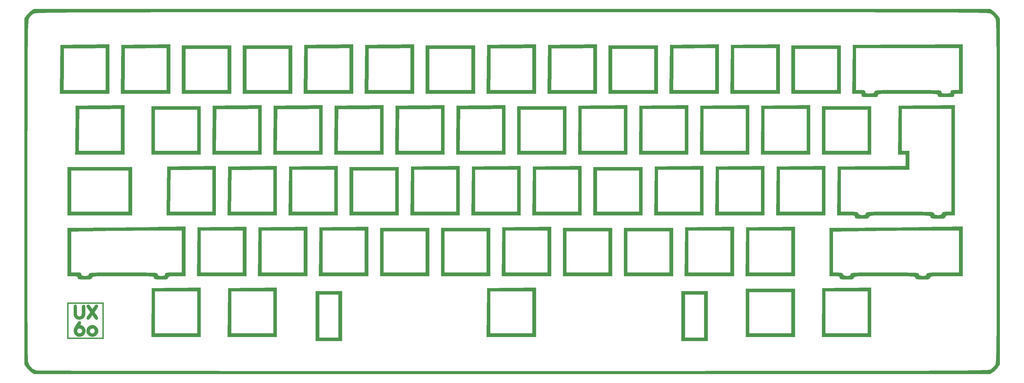
<source format=gts>
G04 #@! TF.GenerationSoftware,KiCad,Pcbnew,5.1.7*
G04 #@! TF.CreationDate,2020-11-06T09:12:15-05:00*
G04 #@! TF.ProjectId,unix60plate,756e6978-3630-4706-9c61-74652e6b6963,rev?*
G04 #@! TF.SameCoordinates,Original*
G04 #@! TF.FileFunction,Soldermask,Top*
G04 #@! TF.FilePolarity,Negative*
%FSLAX46Y46*%
G04 Gerber Fmt 4.6, Leading zero omitted, Abs format (unit mm)*
G04 Created by KiCad (PCBNEW 5.1.7) date 2020-11-06 09:12:15*
%MOMM*%
%LPD*%
G01*
G04 APERTURE LIST*
%ADD10C,0.010000*%
G04 APERTURE END LIST*
D10*
G04 #@! TO.C,G\u002A\u002A\u002A*
G36*
X96837500Y-139700000D02*
G01*
X88635416Y-139700000D01*
X88635416Y-125147917D01*
X89693750Y-125147917D01*
X89693750Y-138641667D01*
X95779166Y-138641667D01*
X95779166Y-125147917D01*
X89693750Y-125147917D01*
X88635416Y-125147917D01*
X88635416Y-124089584D01*
X96837500Y-124089584D01*
X96837500Y-139700000D01*
G37*
X96837500Y-139700000D02*
X88635416Y-139700000D01*
X88635416Y-125147917D01*
X89693750Y-125147917D01*
X89693750Y-138641667D01*
X95779166Y-138641667D01*
X95779166Y-125147917D01*
X89693750Y-125147917D01*
X88635416Y-125147917D01*
X88635416Y-124089584D01*
X96837500Y-124089584D01*
X96837500Y-139700000D01*
G36*
X211137499Y-139700000D02*
G01*
X202935416Y-139700000D01*
X202935416Y-125147917D01*
X203993749Y-125147917D01*
X203993749Y-138641667D01*
X210079166Y-138641667D01*
X210079166Y-125147917D01*
X203993749Y-125147917D01*
X202935416Y-125147917D01*
X202935416Y-124089584D01*
X211137499Y-124089584D01*
X211137499Y-139700000D01*
G37*
X211137499Y-139700000D02*
X202935416Y-139700000D01*
X202935416Y-125147917D01*
X203993749Y-125147917D01*
X203993749Y-138641667D01*
X210079166Y-138641667D01*
X210079166Y-125147917D01*
X203993749Y-125147917D01*
X202935416Y-125147917D01*
X202935416Y-124089584D01*
X211137499Y-124089584D01*
X211137499Y-139700000D01*
G36*
X52652083Y-138377084D02*
G01*
X37298135Y-138377084D01*
X37429994Y-124089584D01*
X38364583Y-124089584D01*
X38364583Y-137318751D01*
X51593749Y-137318751D01*
X51593749Y-124089584D01*
X38364583Y-124089584D01*
X37429994Y-124089584D01*
X37438541Y-123163542D01*
X52652083Y-123023136D01*
X52652083Y-138377084D01*
G37*
X52652083Y-138377084D02*
X37298135Y-138377084D01*
X37429994Y-124089584D01*
X38364583Y-124089584D01*
X38364583Y-137318751D01*
X51593749Y-137318751D01*
X51593749Y-124089584D01*
X38364583Y-124089584D01*
X37429994Y-124089584D01*
X37438541Y-123163542D01*
X52652083Y-123023136D01*
X52652083Y-138377084D01*
G36*
X76464583Y-138377084D02*
G01*
X61110635Y-138377084D01*
X61242494Y-124089584D01*
X62177083Y-124089584D01*
X62177083Y-137318751D01*
X75406250Y-137318751D01*
X75406250Y-124089584D01*
X62177083Y-124089584D01*
X61242494Y-124089584D01*
X61251041Y-123163542D01*
X76464583Y-123023136D01*
X76464583Y-138377084D01*
G37*
X76464583Y-138377084D02*
X61110635Y-138377084D01*
X61242494Y-124089584D01*
X62177083Y-124089584D01*
X62177083Y-137318751D01*
X75406250Y-137318751D01*
X75406250Y-124089584D01*
X62177083Y-124089584D01*
X61242494Y-124089584D01*
X61251041Y-123163542D01*
X76464583Y-123023136D01*
X76464583Y-138377084D01*
G36*
X157427083Y-138377084D02*
G01*
X142073135Y-138377084D01*
X142204994Y-124089584D01*
X143139583Y-124089584D01*
X143139583Y-137318751D01*
X156368750Y-137318751D01*
X156368750Y-124089584D01*
X143139583Y-124089584D01*
X142204994Y-124089584D01*
X142213541Y-123163542D01*
X157427083Y-123023136D01*
X157427083Y-138377084D01*
G37*
X157427083Y-138377084D02*
X142073135Y-138377084D01*
X142204994Y-124089584D01*
X143139583Y-124089584D01*
X143139583Y-137318751D01*
X156368750Y-137318751D01*
X156368750Y-124089584D01*
X143139583Y-124089584D01*
X142204994Y-124089584D01*
X142213541Y-123163542D01*
X157427083Y-123023136D01*
X157427083Y-138377084D01*
G36*
X238389583Y-138377084D02*
G01*
X223043749Y-138377084D01*
X223043749Y-124354167D01*
X224102083Y-124354167D01*
X224102083Y-137318751D01*
X237331249Y-137318751D01*
X237331249Y-124354167D01*
X224102083Y-124354167D01*
X223043749Y-124354167D01*
X223043749Y-123295834D01*
X238389583Y-123295834D01*
X238389583Y-138377084D01*
G37*
X238389583Y-138377084D02*
X223043749Y-138377084D01*
X223043749Y-124354167D01*
X224102083Y-124354167D01*
X224102083Y-137318751D01*
X237331249Y-137318751D01*
X237331249Y-124354167D01*
X224102083Y-124354167D01*
X223043749Y-124354167D01*
X223043749Y-123295834D01*
X238389583Y-123295834D01*
X238389583Y-138377084D01*
G36*
X262202083Y-138377084D02*
G01*
X246848135Y-138377084D01*
X246979994Y-124089584D01*
X247914583Y-124089584D01*
X247914583Y-137318751D01*
X261143749Y-137318751D01*
X261143749Y-124089584D01*
X247914583Y-124089584D01*
X246979994Y-124089584D01*
X246988541Y-123163542D01*
X262202083Y-123023136D01*
X262202083Y-138377084D01*
G37*
X262202083Y-138377084D02*
X246848135Y-138377084D01*
X246979994Y-124089584D01*
X247914583Y-124089584D01*
X247914583Y-137318751D01*
X261143749Y-137318751D01*
X261143749Y-124089584D01*
X247914583Y-124089584D01*
X246979994Y-124089584D01*
X246988541Y-123163542D01*
X262202083Y-123023136D01*
X262202083Y-138377084D01*
G36*
X47889583Y-119327084D02*
G01*
X45274608Y-119327084D01*
X44071437Y-119335857D01*
X43295717Y-119375196D01*
X42845845Y-119464626D01*
X42620221Y-119623675D01*
X42521253Y-119856251D01*
X42399520Y-120120367D01*
X42129342Y-120278892D01*
X41597773Y-120358039D01*
X40691864Y-120384026D01*
X40241436Y-120385417D01*
X39179456Y-120374611D01*
X38540616Y-120324753D01*
X38219050Y-120209682D01*
X38108888Y-120003237D01*
X38100000Y-119856251D01*
X38086530Y-119718354D01*
X38012372Y-119606763D01*
X37826904Y-119518695D01*
X37479502Y-119451368D01*
X36919543Y-119401997D01*
X36096405Y-119367801D01*
X34959464Y-119345998D01*
X33458098Y-119333803D01*
X31541683Y-119328434D01*
X29159597Y-119327109D01*
X28473567Y-119327084D01*
X25964102Y-119327900D01*
X23932444Y-119332205D01*
X22327231Y-119342782D01*
X21097103Y-119362414D01*
X20190699Y-119393884D01*
X19556660Y-119439976D01*
X19143624Y-119503473D01*
X18900231Y-119587157D01*
X18775122Y-119693814D01*
X18716934Y-119826225D01*
X18708753Y-119856251D01*
X18587020Y-120120367D01*
X18316842Y-120278892D01*
X17785273Y-120358039D01*
X16879364Y-120384026D01*
X16428936Y-120385417D01*
X15366956Y-120374611D01*
X14728116Y-120324753D01*
X14406550Y-120209682D01*
X14296388Y-120003237D01*
X14287499Y-119856251D01*
X14229575Y-119560700D01*
X13975125Y-119401000D01*
X13403133Y-119336812D01*
X12699999Y-119327084D01*
X11112499Y-119327084D01*
X11112499Y-105389863D01*
X12170833Y-105389863D01*
X12170833Y-118268751D01*
X13758333Y-118268751D01*
X14644984Y-118288059D01*
X15124083Y-118372875D01*
X15316648Y-118563539D01*
X15345833Y-118797917D01*
X15423735Y-119128604D01*
X15747214Y-119284977D01*
X16450925Y-119326882D01*
X16536458Y-119327084D01*
X17280504Y-119292461D01*
X17632342Y-119148692D01*
X17726628Y-118835932D01*
X17727083Y-118797917D01*
X17739584Y-118666547D01*
X17809079Y-118558939D01*
X17983553Y-118472723D01*
X18310994Y-118405530D01*
X18839386Y-118354989D01*
X19616718Y-118318732D01*
X20690974Y-118294388D01*
X22110142Y-118279588D01*
X23922208Y-118271963D01*
X26175157Y-118269141D01*
X28442708Y-118268751D01*
X31102954Y-118269368D01*
X33282020Y-118272800D01*
X35027892Y-118281416D01*
X36388557Y-118297586D01*
X37412001Y-118323679D01*
X38146209Y-118362066D01*
X38639169Y-118415116D01*
X38938867Y-118485198D01*
X39093289Y-118574683D01*
X39150421Y-118685939D01*
X39158333Y-118797917D01*
X39236235Y-119128604D01*
X39559714Y-119284977D01*
X40263425Y-119326882D01*
X40348958Y-119327084D01*
X41093004Y-119292461D01*
X41444842Y-119148692D01*
X41539128Y-118835932D01*
X41539583Y-118797917D01*
X41575896Y-118557073D01*
X41748688Y-118402895D01*
X42153736Y-118316226D01*
X42886819Y-118277911D01*
X44043716Y-118268794D01*
X44185416Y-118268751D01*
X46831250Y-118268751D01*
X46831250Y-105039584D01*
X38672397Y-105039584D01*
X36237509Y-105045613D01*
X33431734Y-105062636D01*
X30413205Y-105089054D01*
X27340053Y-105123270D01*
X24370408Y-105163684D01*
X21662402Y-105208700D01*
X21342189Y-105214723D01*
X12170833Y-105389863D01*
X11112499Y-105389863D01*
X11112499Y-104245834D01*
X18190104Y-104245497D01*
X20092850Y-104240840D01*
X22414450Y-104227729D01*
X25044675Y-104207215D01*
X27873299Y-104180348D01*
X30790094Y-104148180D01*
X33684831Y-104111763D01*
X36447283Y-104072148D01*
X36578645Y-104070123D01*
X47889583Y-103895085D01*
X47889583Y-119327084D01*
G37*
X47889583Y-119327084D02*
X45274608Y-119327084D01*
X44071437Y-119335857D01*
X43295717Y-119375196D01*
X42845845Y-119464626D01*
X42620221Y-119623675D01*
X42521253Y-119856251D01*
X42399520Y-120120367D01*
X42129342Y-120278892D01*
X41597773Y-120358039D01*
X40691864Y-120384026D01*
X40241436Y-120385417D01*
X39179456Y-120374611D01*
X38540616Y-120324753D01*
X38219050Y-120209682D01*
X38108888Y-120003237D01*
X38100000Y-119856251D01*
X38086530Y-119718354D01*
X38012372Y-119606763D01*
X37826904Y-119518695D01*
X37479502Y-119451368D01*
X36919543Y-119401997D01*
X36096405Y-119367801D01*
X34959464Y-119345998D01*
X33458098Y-119333803D01*
X31541683Y-119328434D01*
X29159597Y-119327109D01*
X28473567Y-119327084D01*
X25964102Y-119327900D01*
X23932444Y-119332205D01*
X22327231Y-119342782D01*
X21097103Y-119362414D01*
X20190699Y-119393884D01*
X19556660Y-119439976D01*
X19143624Y-119503473D01*
X18900231Y-119587157D01*
X18775122Y-119693814D01*
X18716934Y-119826225D01*
X18708753Y-119856251D01*
X18587020Y-120120367D01*
X18316842Y-120278892D01*
X17785273Y-120358039D01*
X16879364Y-120384026D01*
X16428936Y-120385417D01*
X15366956Y-120374611D01*
X14728116Y-120324753D01*
X14406550Y-120209682D01*
X14296388Y-120003237D01*
X14287499Y-119856251D01*
X14229575Y-119560700D01*
X13975125Y-119401000D01*
X13403133Y-119336812D01*
X12699999Y-119327084D01*
X11112499Y-119327084D01*
X11112499Y-105389863D01*
X12170833Y-105389863D01*
X12170833Y-118268751D01*
X13758333Y-118268751D01*
X14644984Y-118288059D01*
X15124083Y-118372875D01*
X15316648Y-118563539D01*
X15345833Y-118797917D01*
X15423735Y-119128604D01*
X15747214Y-119284977D01*
X16450925Y-119326882D01*
X16536458Y-119327084D01*
X17280504Y-119292461D01*
X17632342Y-119148692D01*
X17726628Y-118835932D01*
X17727083Y-118797917D01*
X17739584Y-118666547D01*
X17809079Y-118558939D01*
X17983553Y-118472723D01*
X18310994Y-118405530D01*
X18839386Y-118354989D01*
X19616718Y-118318732D01*
X20690974Y-118294388D01*
X22110142Y-118279588D01*
X23922208Y-118271963D01*
X26175157Y-118269141D01*
X28442708Y-118268751D01*
X31102954Y-118269368D01*
X33282020Y-118272800D01*
X35027892Y-118281416D01*
X36388557Y-118297586D01*
X37412001Y-118323679D01*
X38146209Y-118362066D01*
X38639169Y-118415116D01*
X38938867Y-118485198D01*
X39093289Y-118574683D01*
X39150421Y-118685939D01*
X39158333Y-118797917D01*
X39236235Y-119128604D01*
X39559714Y-119284977D01*
X40263425Y-119326882D01*
X40348958Y-119327084D01*
X41093004Y-119292461D01*
X41444842Y-119148692D01*
X41539128Y-118835932D01*
X41539583Y-118797917D01*
X41575896Y-118557073D01*
X41748688Y-118402895D01*
X42153736Y-118316226D01*
X42886819Y-118277911D01*
X44043716Y-118268794D01*
X44185416Y-118268751D01*
X46831250Y-118268751D01*
X46831250Y-105039584D01*
X38672397Y-105039584D01*
X36237509Y-105045613D01*
X33431734Y-105062636D01*
X30413205Y-105089054D01*
X27340053Y-105123270D01*
X24370408Y-105163684D01*
X21662402Y-105208700D01*
X21342189Y-105214723D01*
X12170833Y-105389863D01*
X11112499Y-105389863D01*
X11112499Y-104245834D01*
X18190104Y-104245497D01*
X20092850Y-104240840D01*
X22414450Y-104227729D01*
X25044675Y-104207215D01*
X27873299Y-104180348D01*
X30790094Y-104148180D01*
X33684831Y-104111763D01*
X36447283Y-104072148D01*
X36578645Y-104070123D01*
X47889583Y-103895085D01*
X47889583Y-119327084D01*
G36*
X290777083Y-119327084D02*
G01*
X285780858Y-119327084D01*
X284038489Y-119329695D01*
X282753132Y-119342485D01*
X281852640Y-119372891D01*
X281264866Y-119428346D01*
X280917663Y-119516286D01*
X280738883Y-119644148D01*
X280656380Y-119819366D01*
X280646253Y-119856251D01*
X280525455Y-120119106D01*
X280257513Y-120277463D01*
X279730164Y-120357099D01*
X278831143Y-120383790D01*
X278341666Y-120385417D01*
X277262309Y-120372700D01*
X276599585Y-120317362D01*
X276241230Y-120193627D01*
X276074979Y-119975717D01*
X276037079Y-119856251D01*
X275985687Y-119717248D01*
X275877162Y-119604991D01*
X275659689Y-119516623D01*
X275281456Y-119449289D01*
X274690650Y-119400134D01*
X273835456Y-119366301D01*
X272664062Y-119344936D01*
X271124655Y-119333182D01*
X269165422Y-119328185D01*
X266734548Y-119327089D01*
X266435416Y-119327084D01*
X263949367Y-119327925D01*
X261940671Y-119332352D01*
X260357515Y-119343220D01*
X259148085Y-119363386D01*
X258260569Y-119395704D01*
X257643152Y-119443029D01*
X257244022Y-119508219D01*
X257011365Y-119594127D01*
X256893368Y-119703610D01*
X256838218Y-119839524D01*
X256833753Y-119856251D01*
X256712020Y-120120367D01*
X256441842Y-120278892D01*
X255910273Y-120358039D01*
X255004364Y-120384026D01*
X254553936Y-120385417D01*
X253491956Y-120374611D01*
X252853116Y-120324753D01*
X252531550Y-120209682D01*
X252421388Y-120003237D01*
X252412499Y-119856251D01*
X252354575Y-119560700D01*
X252100125Y-119401000D01*
X251528133Y-119336812D01*
X250824999Y-119327084D01*
X249237499Y-119327084D01*
X249237499Y-105390182D01*
X250295833Y-105390182D01*
X250295833Y-118268751D01*
X251775811Y-118268751D01*
X252645481Y-118296859D01*
X253123678Y-118410847D01*
X253346475Y-118655208D01*
X253394170Y-118797917D01*
X253590696Y-119140823D01*
X254040845Y-119296486D01*
X254692317Y-119327084D01*
X255424522Y-119290509D01*
X255765861Y-119139510D01*
X255852022Y-118812177D01*
X255852083Y-118797917D01*
X255864718Y-118665630D01*
X255934859Y-118557454D01*
X256110861Y-118470963D01*
X256441081Y-118403734D01*
X256973872Y-118353341D01*
X257757590Y-118317360D01*
X258840591Y-118293366D01*
X260271229Y-118278933D01*
X262097860Y-118271638D01*
X264368838Y-118269054D01*
X266404557Y-118268751D01*
X269043366Y-118269447D01*
X271202005Y-118273153D01*
X272929472Y-118282294D01*
X274274764Y-118299294D01*
X275286878Y-118326580D01*
X276014811Y-118366577D01*
X276507561Y-118421709D01*
X276814124Y-118494402D01*
X276983497Y-118587081D01*
X277064678Y-118702171D01*
X277095412Y-118797917D01*
X277300721Y-119148008D01*
X277771518Y-119301874D01*
X278341666Y-119327084D01*
X279088832Y-119272748D01*
X279464749Y-119067095D01*
X279587920Y-118797917D01*
X279660813Y-118613449D01*
X279817084Y-118477667D01*
X280128880Y-118383135D01*
X280668348Y-118322418D01*
X281507636Y-118288080D01*
X282718890Y-118272687D01*
X284374258Y-118268801D01*
X284722525Y-118268751D01*
X289718750Y-118268751D01*
X289718750Y-105039584D01*
X280524479Y-105039946D01*
X277977331Y-105045279D01*
X275046678Y-105060235D01*
X271878069Y-105083519D01*
X268617052Y-105113836D01*
X265409176Y-105149892D01*
X262399990Y-105190393D01*
X260813020Y-105215245D01*
X250295833Y-105390182D01*
X249237499Y-105390182D01*
X249237499Y-104245834D01*
X257108854Y-104245538D01*
X259078326Y-104241460D01*
X261475265Y-104229930D01*
X264198034Y-104211807D01*
X267144997Y-104187949D01*
X270214520Y-104159214D01*
X273304966Y-104126462D01*
X276314700Y-104090552D01*
X277878645Y-104070040D01*
X290777083Y-103894839D01*
X290777083Y-119327084D01*
G37*
X290777083Y-119327084D02*
X285780858Y-119327084D01*
X284038489Y-119329695D01*
X282753132Y-119342485D01*
X281852640Y-119372891D01*
X281264866Y-119428346D01*
X280917663Y-119516286D01*
X280738883Y-119644148D01*
X280656380Y-119819366D01*
X280646253Y-119856251D01*
X280525455Y-120119106D01*
X280257513Y-120277463D01*
X279730164Y-120357099D01*
X278831143Y-120383790D01*
X278341666Y-120385417D01*
X277262309Y-120372700D01*
X276599585Y-120317362D01*
X276241230Y-120193627D01*
X276074979Y-119975717D01*
X276037079Y-119856251D01*
X275985687Y-119717248D01*
X275877162Y-119604991D01*
X275659689Y-119516623D01*
X275281456Y-119449289D01*
X274690650Y-119400134D01*
X273835456Y-119366301D01*
X272664062Y-119344936D01*
X271124655Y-119333182D01*
X269165422Y-119328185D01*
X266734548Y-119327089D01*
X266435416Y-119327084D01*
X263949367Y-119327925D01*
X261940671Y-119332352D01*
X260357515Y-119343220D01*
X259148085Y-119363386D01*
X258260569Y-119395704D01*
X257643152Y-119443029D01*
X257244022Y-119508219D01*
X257011365Y-119594127D01*
X256893368Y-119703610D01*
X256838218Y-119839524D01*
X256833753Y-119856251D01*
X256712020Y-120120367D01*
X256441842Y-120278892D01*
X255910273Y-120358039D01*
X255004364Y-120384026D01*
X254553936Y-120385417D01*
X253491956Y-120374611D01*
X252853116Y-120324753D01*
X252531550Y-120209682D01*
X252421388Y-120003237D01*
X252412499Y-119856251D01*
X252354575Y-119560700D01*
X252100125Y-119401000D01*
X251528133Y-119336812D01*
X250824999Y-119327084D01*
X249237499Y-119327084D01*
X249237499Y-105390182D01*
X250295833Y-105390182D01*
X250295833Y-118268751D01*
X251775811Y-118268751D01*
X252645481Y-118296859D01*
X253123678Y-118410847D01*
X253346475Y-118655208D01*
X253394170Y-118797917D01*
X253590696Y-119140823D01*
X254040845Y-119296486D01*
X254692317Y-119327084D01*
X255424522Y-119290509D01*
X255765861Y-119139510D01*
X255852022Y-118812177D01*
X255852083Y-118797917D01*
X255864718Y-118665630D01*
X255934859Y-118557454D01*
X256110861Y-118470963D01*
X256441081Y-118403734D01*
X256973872Y-118353341D01*
X257757590Y-118317360D01*
X258840591Y-118293366D01*
X260271229Y-118278933D01*
X262097860Y-118271638D01*
X264368838Y-118269054D01*
X266404557Y-118268751D01*
X269043366Y-118269447D01*
X271202005Y-118273153D01*
X272929472Y-118282294D01*
X274274764Y-118299294D01*
X275286878Y-118326580D01*
X276014811Y-118366577D01*
X276507561Y-118421709D01*
X276814124Y-118494402D01*
X276983497Y-118587081D01*
X277064678Y-118702171D01*
X277095412Y-118797917D01*
X277300721Y-119148008D01*
X277771518Y-119301874D01*
X278341666Y-119327084D01*
X279088832Y-119272748D01*
X279464749Y-119067095D01*
X279587920Y-118797917D01*
X279660813Y-118613449D01*
X279817084Y-118477667D01*
X280128880Y-118383135D01*
X280668348Y-118322418D01*
X281507636Y-118288080D01*
X282718890Y-118272687D01*
X284374258Y-118268801D01*
X284722525Y-118268751D01*
X289718750Y-118268751D01*
X289718750Y-105039584D01*
X280524479Y-105039946D01*
X277977331Y-105045279D01*
X275046678Y-105060235D01*
X271878069Y-105083519D01*
X268617052Y-105113836D01*
X265409176Y-105149892D01*
X262399990Y-105190393D01*
X260813020Y-105215245D01*
X250295833Y-105390182D01*
X249237499Y-105390182D01*
X249237499Y-104245834D01*
X257108854Y-104245538D01*
X259078326Y-104241460D01*
X261475265Y-104229930D01*
X264198034Y-104211807D01*
X267144997Y-104187949D01*
X270214520Y-104159214D01*
X273304966Y-104126462D01*
X276314700Y-104090552D01*
X277878645Y-104070040D01*
X290777083Y-103894839D01*
X290777083Y-119327084D01*
G36*
X66939583Y-119327084D02*
G01*
X51585635Y-119327084D01*
X51717494Y-105039584D01*
X52652083Y-105039584D01*
X52652083Y-118268751D01*
X65881250Y-118268751D01*
X65881250Y-105039584D01*
X52652083Y-105039584D01*
X51717494Y-105039584D01*
X51726041Y-104113542D01*
X66939583Y-103973136D01*
X66939583Y-119327084D01*
G37*
X66939583Y-119327084D02*
X51585635Y-119327084D01*
X51717494Y-105039584D01*
X52652083Y-105039584D01*
X52652083Y-118268751D01*
X65881250Y-118268751D01*
X65881250Y-105039584D01*
X52652083Y-105039584D01*
X51717494Y-105039584D01*
X51726041Y-104113542D01*
X66939583Y-103973136D01*
X66939583Y-119327084D01*
G36*
X85989583Y-119327084D02*
G01*
X70635635Y-119327084D01*
X70767494Y-105039584D01*
X71702083Y-105039584D01*
X71702083Y-118268751D01*
X84931250Y-118268751D01*
X84931250Y-105039584D01*
X71702083Y-105039584D01*
X70767494Y-105039584D01*
X70776041Y-104113542D01*
X85989583Y-103973136D01*
X85989583Y-119327084D01*
G37*
X85989583Y-119327084D02*
X70635635Y-119327084D01*
X70767494Y-105039584D01*
X71702083Y-105039584D01*
X71702083Y-118268751D01*
X84931250Y-118268751D01*
X84931250Y-105039584D01*
X71702083Y-105039584D01*
X70767494Y-105039584D01*
X70776041Y-104113542D01*
X85989583Y-103973136D01*
X85989583Y-119327084D01*
G36*
X105039583Y-119327084D02*
G01*
X89685635Y-119327084D01*
X89817494Y-105039584D01*
X90752083Y-105039584D01*
X90752083Y-118268751D01*
X103981249Y-118268751D01*
X103981249Y-105039584D01*
X90752083Y-105039584D01*
X89817494Y-105039584D01*
X89826041Y-104113542D01*
X105039583Y-103973136D01*
X105039583Y-119327084D01*
G37*
X105039583Y-119327084D02*
X89685635Y-119327084D01*
X89817494Y-105039584D01*
X90752083Y-105039584D01*
X90752083Y-118268751D01*
X103981249Y-118268751D01*
X103981249Y-105039584D01*
X90752083Y-105039584D01*
X89817494Y-105039584D01*
X89826041Y-104113542D01*
X105039583Y-103973136D01*
X105039583Y-119327084D01*
G36*
X124089583Y-119327084D02*
G01*
X108743749Y-119327084D01*
X108743749Y-105304167D01*
X109802083Y-105304167D01*
X109802083Y-118268751D01*
X123031249Y-118268751D01*
X123031249Y-105304167D01*
X109802083Y-105304167D01*
X108743749Y-105304167D01*
X108743749Y-104245834D01*
X124089583Y-104245834D01*
X124089583Y-119327084D01*
G37*
X124089583Y-119327084D02*
X108743749Y-119327084D01*
X108743749Y-105304167D01*
X109802083Y-105304167D01*
X109802083Y-118268751D01*
X123031249Y-118268751D01*
X123031249Y-105304167D01*
X109802083Y-105304167D01*
X108743749Y-105304167D01*
X108743749Y-104245834D01*
X124089583Y-104245834D01*
X124089583Y-119327084D01*
G36*
X143139583Y-119327084D02*
G01*
X127793749Y-119327084D01*
X127793749Y-105304167D01*
X128852083Y-105304167D01*
X128852083Y-118268751D01*
X142081250Y-118268751D01*
X142081250Y-105304167D01*
X128852083Y-105304167D01*
X127793749Y-105304167D01*
X127793749Y-104245834D01*
X143139583Y-104245834D01*
X143139583Y-119327084D01*
G37*
X143139583Y-119327084D02*
X127793749Y-119327084D01*
X127793749Y-105304167D01*
X128852083Y-105304167D01*
X128852083Y-118268751D01*
X142081250Y-118268751D01*
X142081250Y-105304167D01*
X128852083Y-105304167D01*
X127793749Y-105304167D01*
X127793749Y-104245834D01*
X143139583Y-104245834D01*
X143139583Y-119327084D01*
G36*
X162189583Y-119327084D02*
G01*
X146835635Y-119327084D01*
X146967494Y-105039584D01*
X147902083Y-105039584D01*
X147902083Y-118268751D01*
X161131250Y-118268751D01*
X161131250Y-105039584D01*
X147902083Y-105039584D01*
X146967494Y-105039584D01*
X146976041Y-104113542D01*
X162189583Y-103973136D01*
X162189583Y-119327084D01*
G37*
X162189583Y-119327084D02*
X146835635Y-119327084D01*
X146967494Y-105039584D01*
X147902083Y-105039584D01*
X147902083Y-118268751D01*
X161131250Y-118268751D01*
X161131250Y-105039584D01*
X147902083Y-105039584D01*
X146967494Y-105039584D01*
X146976041Y-104113542D01*
X162189583Y-103973136D01*
X162189583Y-119327084D01*
G36*
X181239583Y-119327084D02*
G01*
X165893750Y-119327084D01*
X165893750Y-105304167D01*
X166952083Y-105304167D01*
X166952083Y-118268751D01*
X180181250Y-118268751D01*
X180181250Y-105304167D01*
X166952083Y-105304167D01*
X165893750Y-105304167D01*
X165893750Y-104245834D01*
X181239583Y-104245834D01*
X181239583Y-119327084D01*
G37*
X181239583Y-119327084D02*
X165893750Y-119327084D01*
X165893750Y-105304167D01*
X166952083Y-105304167D01*
X166952083Y-118268751D01*
X180181250Y-118268751D01*
X180181250Y-105304167D01*
X166952083Y-105304167D01*
X165893750Y-105304167D01*
X165893750Y-104245834D01*
X181239583Y-104245834D01*
X181239583Y-119327084D01*
G36*
X200289583Y-119327084D02*
G01*
X184943750Y-119327084D01*
X184943750Y-105304167D01*
X186002083Y-105304167D01*
X186002083Y-118268751D01*
X199231250Y-118268751D01*
X199231250Y-105304167D01*
X186002083Y-105304167D01*
X184943750Y-105304167D01*
X184943750Y-104245834D01*
X200289583Y-104245834D01*
X200289583Y-119327084D01*
G37*
X200289583Y-119327084D02*
X184943750Y-119327084D01*
X184943750Y-105304167D01*
X186002083Y-105304167D01*
X186002083Y-118268751D01*
X199231250Y-118268751D01*
X199231250Y-105304167D01*
X186002083Y-105304167D01*
X184943750Y-105304167D01*
X184943750Y-104245834D01*
X200289583Y-104245834D01*
X200289583Y-119327084D01*
G36*
X219339583Y-119327084D02*
G01*
X203985635Y-119327084D01*
X204117494Y-105039584D01*
X205052083Y-105039584D01*
X205052083Y-118268751D01*
X218281249Y-118268751D01*
X218281249Y-105039584D01*
X205052083Y-105039584D01*
X204117494Y-105039584D01*
X204126041Y-104113542D01*
X219339583Y-103973136D01*
X219339583Y-119327084D01*
G37*
X219339583Y-119327084D02*
X203985635Y-119327084D01*
X204117494Y-105039584D01*
X205052083Y-105039584D01*
X205052083Y-118268751D01*
X218281249Y-118268751D01*
X218281249Y-105039584D01*
X205052083Y-105039584D01*
X204117494Y-105039584D01*
X204126041Y-104113542D01*
X219339583Y-103973136D01*
X219339583Y-119327084D01*
G36*
X238389583Y-119327084D02*
G01*
X223035635Y-119327084D01*
X223167494Y-105039584D01*
X224102083Y-105039584D01*
X224102083Y-118268751D01*
X237331249Y-118268751D01*
X237331249Y-105039584D01*
X224102083Y-105039584D01*
X223167494Y-105039584D01*
X223176041Y-104113542D01*
X238389583Y-103973136D01*
X238389583Y-119327084D01*
G37*
X238389583Y-119327084D02*
X223035635Y-119327084D01*
X223167494Y-105039584D01*
X224102083Y-105039584D01*
X224102083Y-118268751D01*
X237331249Y-118268751D01*
X237331249Y-105039584D01*
X224102083Y-105039584D01*
X223167494Y-105039584D01*
X223176041Y-104113542D01*
X238389583Y-103973136D01*
X238389583Y-119327084D01*
G36*
X288395833Y-100277084D02*
G01*
X286971483Y-100277084D01*
X286119903Y-100307652D01*
X285657076Y-100430610D01*
X285444551Y-100692840D01*
X285408753Y-100806250D01*
X285287955Y-101069106D01*
X285020013Y-101227463D01*
X284492664Y-101307099D01*
X283593643Y-101333790D01*
X283104166Y-101335417D01*
X282024809Y-101322700D01*
X281362085Y-101267362D01*
X281003730Y-101143627D01*
X280837479Y-100925717D01*
X280799579Y-100806250D01*
X280748187Y-100667248D01*
X280639662Y-100554991D01*
X280422189Y-100466623D01*
X280043956Y-100399289D01*
X279453150Y-100350134D01*
X278597956Y-100316301D01*
X277426562Y-100294936D01*
X275887155Y-100283182D01*
X273927922Y-100278185D01*
X271497048Y-100277089D01*
X271197916Y-100277084D01*
X268711867Y-100277925D01*
X266703171Y-100282352D01*
X265120015Y-100293220D01*
X263910585Y-100313386D01*
X263023069Y-100345704D01*
X262405652Y-100393029D01*
X262006522Y-100458219D01*
X261773865Y-100544127D01*
X261655868Y-100653610D01*
X261600718Y-100789524D01*
X261596253Y-100806250D01*
X261474520Y-101070367D01*
X261204342Y-101228892D01*
X260672773Y-101308039D01*
X259766864Y-101334026D01*
X259316436Y-101335417D01*
X258254456Y-101324611D01*
X257615616Y-101274753D01*
X257294050Y-101159682D01*
X257183888Y-100953237D01*
X257174999Y-100806250D01*
X257140209Y-100570324D01*
X256973512Y-100417253D01*
X256581418Y-100329256D01*
X255870437Y-100288550D01*
X254747079Y-100277355D01*
X254392817Y-100277084D01*
X251610635Y-100277084D01*
X251742494Y-85989584D01*
X252677083Y-85989584D01*
X252677083Y-99218750D01*
X255347686Y-99218750D01*
X256565559Y-99227173D01*
X257354841Y-99265058D01*
X257816001Y-99351333D01*
X258049511Y-99504924D01*
X258155841Y-99744759D01*
X258156670Y-99747917D01*
X258353196Y-100090823D01*
X258803345Y-100246486D01*
X259454817Y-100277084D01*
X260187022Y-100240509D01*
X260528361Y-100089510D01*
X260614522Y-99762177D01*
X260614583Y-99747917D01*
X260627218Y-99615630D01*
X260697359Y-99507454D01*
X260873361Y-99420963D01*
X261203581Y-99353734D01*
X261736372Y-99303341D01*
X262520090Y-99267360D01*
X263603091Y-99243366D01*
X265033729Y-99228933D01*
X266860360Y-99221638D01*
X269131338Y-99219054D01*
X271167057Y-99218750D01*
X273805866Y-99219447D01*
X275964505Y-99223153D01*
X277691972Y-99232294D01*
X279037264Y-99249294D01*
X280049378Y-99276580D01*
X280777311Y-99316577D01*
X281270061Y-99371709D01*
X281576624Y-99444402D01*
X281745997Y-99537081D01*
X281827178Y-99652171D01*
X281857912Y-99747917D01*
X282063221Y-100098008D01*
X282534018Y-100251874D01*
X283104166Y-100277084D01*
X283851332Y-100222748D01*
X284227249Y-100017095D01*
X284350420Y-99747917D01*
X284514656Y-99434512D01*
X284887461Y-99274511D01*
X285607289Y-99221032D01*
X285913150Y-99218750D01*
X287337500Y-99218750D01*
X287337500Y-66939584D01*
X271727083Y-66939584D01*
X271727083Y-80168751D01*
X274108333Y-80168751D01*
X274108333Y-85989584D01*
X252677083Y-85989584D01*
X251742494Y-85989584D01*
X251751041Y-85063542D01*
X262400520Y-84994395D01*
X273050000Y-84925247D01*
X273050000Y-81227084D01*
X270660635Y-81227084D01*
X270801041Y-66013542D01*
X279598437Y-65943830D01*
X288395833Y-65874117D01*
X288395833Y-100277084D01*
G37*
X288395833Y-100277084D02*
X286971483Y-100277084D01*
X286119903Y-100307652D01*
X285657076Y-100430610D01*
X285444551Y-100692840D01*
X285408753Y-100806250D01*
X285287955Y-101069106D01*
X285020013Y-101227463D01*
X284492664Y-101307099D01*
X283593643Y-101333790D01*
X283104166Y-101335417D01*
X282024809Y-101322700D01*
X281362085Y-101267362D01*
X281003730Y-101143627D01*
X280837479Y-100925717D01*
X280799579Y-100806250D01*
X280748187Y-100667248D01*
X280639662Y-100554991D01*
X280422189Y-100466623D01*
X280043956Y-100399289D01*
X279453150Y-100350134D01*
X278597956Y-100316301D01*
X277426562Y-100294936D01*
X275887155Y-100283182D01*
X273927922Y-100278185D01*
X271497048Y-100277089D01*
X271197916Y-100277084D01*
X268711867Y-100277925D01*
X266703171Y-100282352D01*
X265120015Y-100293220D01*
X263910585Y-100313386D01*
X263023069Y-100345704D01*
X262405652Y-100393029D01*
X262006522Y-100458219D01*
X261773865Y-100544127D01*
X261655868Y-100653610D01*
X261600718Y-100789524D01*
X261596253Y-100806250D01*
X261474520Y-101070367D01*
X261204342Y-101228892D01*
X260672773Y-101308039D01*
X259766864Y-101334026D01*
X259316436Y-101335417D01*
X258254456Y-101324611D01*
X257615616Y-101274753D01*
X257294050Y-101159682D01*
X257183888Y-100953237D01*
X257174999Y-100806250D01*
X257140209Y-100570324D01*
X256973512Y-100417253D01*
X256581418Y-100329256D01*
X255870437Y-100288550D01*
X254747079Y-100277355D01*
X254392817Y-100277084D01*
X251610635Y-100277084D01*
X251742494Y-85989584D01*
X252677083Y-85989584D01*
X252677083Y-99218750D01*
X255347686Y-99218750D01*
X256565559Y-99227173D01*
X257354841Y-99265058D01*
X257816001Y-99351333D01*
X258049511Y-99504924D01*
X258155841Y-99744759D01*
X258156670Y-99747917D01*
X258353196Y-100090823D01*
X258803345Y-100246486D01*
X259454817Y-100277084D01*
X260187022Y-100240509D01*
X260528361Y-100089510D01*
X260614522Y-99762177D01*
X260614583Y-99747917D01*
X260627218Y-99615630D01*
X260697359Y-99507454D01*
X260873361Y-99420963D01*
X261203581Y-99353734D01*
X261736372Y-99303341D01*
X262520090Y-99267360D01*
X263603091Y-99243366D01*
X265033729Y-99228933D01*
X266860360Y-99221638D01*
X269131338Y-99219054D01*
X271167057Y-99218750D01*
X273805866Y-99219447D01*
X275964505Y-99223153D01*
X277691972Y-99232294D01*
X279037264Y-99249294D01*
X280049378Y-99276580D01*
X280777311Y-99316577D01*
X281270061Y-99371709D01*
X281576624Y-99444402D01*
X281745997Y-99537081D01*
X281827178Y-99652171D01*
X281857912Y-99747917D01*
X282063221Y-100098008D01*
X282534018Y-100251874D01*
X283104166Y-100277084D01*
X283851332Y-100222748D01*
X284227249Y-100017095D01*
X284350420Y-99747917D01*
X284514656Y-99434512D01*
X284887461Y-99274511D01*
X285607289Y-99221032D01*
X285913150Y-99218750D01*
X287337500Y-99218750D01*
X287337500Y-66939584D01*
X271727083Y-66939584D01*
X271727083Y-80168751D01*
X274108333Y-80168751D01*
X274108333Y-85989584D01*
X252677083Y-85989584D01*
X251742494Y-85989584D01*
X251751041Y-85063542D01*
X262400520Y-84994395D01*
X273050000Y-84925247D01*
X273050000Y-81227084D01*
X270660635Y-81227084D01*
X270801041Y-66013542D01*
X279598437Y-65943830D01*
X288395833Y-65874117D01*
X288395833Y-100277084D01*
G36*
X31220833Y-100277084D02*
G01*
X11112499Y-100277084D01*
X11112499Y-86254167D01*
X12170833Y-86254167D01*
X12170833Y-99218750D01*
X30162499Y-99218750D01*
X30162499Y-86254167D01*
X12170833Y-86254167D01*
X11112499Y-86254167D01*
X11112499Y-85195834D01*
X31220833Y-85195834D01*
X31220833Y-100277084D01*
G37*
X31220833Y-100277084D02*
X11112499Y-100277084D01*
X11112499Y-86254167D01*
X12170833Y-86254167D01*
X12170833Y-99218750D01*
X30162499Y-99218750D01*
X30162499Y-86254167D01*
X12170833Y-86254167D01*
X11112499Y-86254167D01*
X11112499Y-85195834D01*
X31220833Y-85195834D01*
X31220833Y-100277084D01*
G36*
X57414583Y-100277084D02*
G01*
X42060635Y-100277084D01*
X42070402Y-99218750D01*
X43117839Y-99218750D01*
X56356249Y-99218750D01*
X56356249Y-85980340D01*
X43259375Y-86121876D01*
X43117839Y-99218750D01*
X42070402Y-99218750D01*
X42201041Y-85063542D01*
X57414583Y-84923136D01*
X57414583Y-100277084D01*
G37*
X57414583Y-100277084D02*
X42060635Y-100277084D01*
X42070402Y-99218750D01*
X43117839Y-99218750D01*
X56356249Y-99218750D01*
X56356249Y-85980340D01*
X43259375Y-86121876D01*
X43117839Y-99218750D01*
X42070402Y-99218750D01*
X42201041Y-85063542D01*
X57414583Y-84923136D01*
X57414583Y-100277084D01*
G36*
X76464583Y-100277084D02*
G01*
X61110635Y-100277084D01*
X61120402Y-99218750D01*
X62167839Y-99218750D01*
X75406250Y-99218750D01*
X75406250Y-85980340D01*
X62309374Y-86121876D01*
X62238607Y-92670313D01*
X62167839Y-99218750D01*
X61120402Y-99218750D01*
X61251041Y-85063542D01*
X76464583Y-84923136D01*
X76464583Y-100277084D01*
G37*
X76464583Y-100277084D02*
X61110635Y-100277084D01*
X61120402Y-99218750D01*
X62167839Y-99218750D01*
X75406250Y-99218750D01*
X75406250Y-85980340D01*
X62309374Y-86121876D01*
X62238607Y-92670313D01*
X62167839Y-99218750D01*
X61120402Y-99218750D01*
X61251041Y-85063542D01*
X76464583Y-84923136D01*
X76464583Y-100277084D01*
G36*
X95514583Y-100277084D02*
G01*
X80160635Y-100277084D01*
X80292494Y-85989584D01*
X81227083Y-85989584D01*
X81227083Y-99218750D01*
X94456250Y-99218750D01*
X94456250Y-85989584D01*
X81227083Y-85989584D01*
X80292494Y-85989584D01*
X80301041Y-85063542D01*
X95514583Y-84923136D01*
X95514583Y-100277084D01*
G37*
X95514583Y-100277084D02*
X80160635Y-100277084D01*
X80292494Y-85989584D01*
X81227083Y-85989584D01*
X81227083Y-99218750D01*
X94456250Y-99218750D01*
X94456250Y-85989584D01*
X81227083Y-85989584D01*
X80292494Y-85989584D01*
X80301041Y-85063542D01*
X95514583Y-84923136D01*
X95514583Y-100277084D01*
G36*
X114564583Y-100277084D02*
G01*
X99218750Y-100277084D01*
X99218750Y-86254167D01*
X100277083Y-86254167D01*
X100277083Y-99218750D01*
X113506249Y-99218750D01*
X113506249Y-86254167D01*
X100277083Y-86254167D01*
X99218750Y-86254167D01*
X99218750Y-85195834D01*
X114564583Y-85195834D01*
X114564583Y-100277084D01*
G37*
X114564583Y-100277084D02*
X99218750Y-100277084D01*
X99218750Y-86254167D01*
X100277083Y-86254167D01*
X100277083Y-99218750D01*
X113506249Y-99218750D01*
X113506249Y-86254167D01*
X100277083Y-86254167D01*
X99218750Y-86254167D01*
X99218750Y-85195834D01*
X114564583Y-85195834D01*
X114564583Y-100277084D01*
G36*
X133614583Y-100277084D02*
G01*
X118260635Y-100277084D01*
X118392494Y-85989584D01*
X119327083Y-85989584D01*
X119327083Y-99218750D01*
X132556250Y-99218750D01*
X132556250Y-85989584D01*
X119327083Y-85989584D01*
X118392494Y-85989584D01*
X118401041Y-85063542D01*
X133614583Y-84923136D01*
X133614583Y-100277084D01*
G37*
X133614583Y-100277084D02*
X118260635Y-100277084D01*
X118392494Y-85989584D01*
X119327083Y-85989584D01*
X119327083Y-99218750D01*
X132556250Y-99218750D01*
X132556250Y-85989584D01*
X119327083Y-85989584D01*
X118392494Y-85989584D01*
X118401041Y-85063542D01*
X133614583Y-84923136D01*
X133614583Y-100277084D01*
G36*
X152664583Y-100277084D02*
G01*
X137310635Y-100277084D01*
X137442494Y-85989584D01*
X138377083Y-85989584D01*
X138377083Y-99218750D01*
X151606250Y-99218750D01*
X151606250Y-85989584D01*
X138377083Y-85989584D01*
X137442494Y-85989584D01*
X137451041Y-85063542D01*
X152664583Y-84923136D01*
X152664583Y-100277084D01*
G37*
X152664583Y-100277084D02*
X137310635Y-100277084D01*
X137442494Y-85989584D01*
X138377083Y-85989584D01*
X138377083Y-99218750D01*
X151606250Y-99218750D01*
X151606250Y-85989584D01*
X138377083Y-85989584D01*
X137442494Y-85989584D01*
X137451041Y-85063542D01*
X152664583Y-84923136D01*
X152664583Y-100277084D01*
G36*
X171714583Y-100277084D02*
G01*
X156360635Y-100277084D01*
X156492494Y-85989584D01*
X157427083Y-85989584D01*
X157427083Y-99218750D01*
X170656250Y-99218750D01*
X170656250Y-85989584D01*
X157427083Y-85989584D01*
X156492494Y-85989584D01*
X156501041Y-85063542D01*
X171714583Y-84923136D01*
X171714583Y-100277084D01*
G37*
X171714583Y-100277084D02*
X156360635Y-100277084D01*
X156492494Y-85989584D01*
X157427083Y-85989584D01*
X157427083Y-99218750D01*
X170656250Y-99218750D01*
X170656250Y-85989584D01*
X157427083Y-85989584D01*
X156492494Y-85989584D01*
X156501041Y-85063542D01*
X171714583Y-84923136D01*
X171714583Y-100277084D01*
G36*
X190764583Y-100277084D02*
G01*
X175418750Y-100277084D01*
X175418750Y-86254167D01*
X176477083Y-86254167D01*
X176477083Y-99218750D01*
X189706250Y-99218750D01*
X189706250Y-86254167D01*
X176477083Y-86254167D01*
X175418750Y-86254167D01*
X175418750Y-85195834D01*
X190764583Y-85195834D01*
X190764583Y-100277084D01*
G37*
X190764583Y-100277084D02*
X175418750Y-100277084D01*
X175418750Y-86254167D01*
X176477083Y-86254167D01*
X176477083Y-99218750D01*
X189706250Y-99218750D01*
X189706250Y-86254167D01*
X176477083Y-86254167D01*
X175418750Y-86254167D01*
X175418750Y-85195834D01*
X190764583Y-85195834D01*
X190764583Y-100277084D01*
G36*
X209814583Y-100277084D02*
G01*
X194460635Y-100277084D01*
X194592494Y-85989584D01*
X195527083Y-85989584D01*
X195527083Y-99218750D01*
X208756249Y-99218750D01*
X208756249Y-85989584D01*
X195527083Y-85989584D01*
X194592494Y-85989584D01*
X194601041Y-85063542D01*
X209814583Y-84923136D01*
X209814583Y-100277084D01*
G37*
X209814583Y-100277084D02*
X194460635Y-100277084D01*
X194592494Y-85989584D01*
X195527083Y-85989584D01*
X195527083Y-99218750D01*
X208756249Y-99218750D01*
X208756249Y-85989584D01*
X195527083Y-85989584D01*
X194592494Y-85989584D01*
X194601041Y-85063542D01*
X209814583Y-84923136D01*
X209814583Y-100277084D01*
G36*
X228864583Y-100277084D02*
G01*
X213510635Y-100277084D01*
X213642494Y-85989584D01*
X214577083Y-85989584D01*
X214577083Y-99218750D01*
X227806249Y-99218750D01*
X227806249Y-85989584D01*
X214577083Y-85989584D01*
X213642494Y-85989584D01*
X213651041Y-85063542D01*
X228864583Y-84923136D01*
X228864583Y-100277084D01*
G37*
X228864583Y-100277084D02*
X213510635Y-100277084D01*
X213642494Y-85989584D01*
X214577083Y-85989584D01*
X214577083Y-99218750D01*
X227806249Y-99218750D01*
X227806249Y-85989584D01*
X214577083Y-85989584D01*
X213642494Y-85989584D01*
X213651041Y-85063542D01*
X228864583Y-84923136D01*
X228864583Y-100277084D01*
G36*
X247914583Y-100277084D02*
G01*
X232560635Y-100277084D01*
X232692494Y-85989584D01*
X233627083Y-85989584D01*
X233627083Y-99218750D01*
X246856249Y-99218750D01*
X246856249Y-85989584D01*
X233627083Y-85989584D01*
X232692494Y-85989584D01*
X232701041Y-85063542D01*
X247914583Y-84923136D01*
X247914583Y-100277084D01*
G37*
X247914583Y-100277084D02*
X232560635Y-100277084D01*
X232692494Y-85989584D01*
X233627083Y-85989584D01*
X233627083Y-99218750D01*
X246856249Y-99218750D01*
X246856249Y-85989584D01*
X233627083Y-85989584D01*
X232692494Y-85989584D01*
X232701041Y-85063542D01*
X247914583Y-84923136D01*
X247914583Y-100277084D01*
G36*
X28839583Y-81227084D02*
G01*
X13485635Y-81227084D01*
X13495402Y-80168751D01*
X14542839Y-80168751D01*
X27781249Y-80168751D01*
X27781249Y-66930340D01*
X21232812Y-67001108D01*
X14684375Y-67071875D01*
X14542839Y-80168751D01*
X13495402Y-80168751D01*
X13626041Y-66013542D01*
X28839583Y-65873136D01*
X28839583Y-81227084D01*
G37*
X28839583Y-81227084D02*
X13485635Y-81227084D01*
X13495402Y-80168751D01*
X14542839Y-80168751D01*
X27781249Y-80168751D01*
X27781249Y-66930340D01*
X21232812Y-67001108D01*
X14684375Y-67071875D01*
X14542839Y-80168751D01*
X13495402Y-80168751D01*
X13626041Y-66013542D01*
X28839583Y-65873136D01*
X28839583Y-81227084D01*
G36*
X52652083Y-81227084D02*
G01*
X37306250Y-81227084D01*
X37306250Y-67204167D01*
X38364583Y-67204167D01*
X38364583Y-80168751D01*
X51593749Y-80168751D01*
X51593749Y-67204167D01*
X38364583Y-67204167D01*
X37306250Y-67204167D01*
X37306250Y-66145834D01*
X52652083Y-66145834D01*
X52652083Y-81227084D01*
G37*
X52652083Y-81227084D02*
X37306250Y-81227084D01*
X37306250Y-67204167D01*
X38364583Y-67204167D01*
X38364583Y-80168751D01*
X51593749Y-80168751D01*
X51593749Y-67204167D01*
X38364583Y-67204167D01*
X37306250Y-67204167D01*
X37306250Y-66145834D01*
X52652083Y-66145834D01*
X52652083Y-81227084D01*
G36*
X71702083Y-81227084D02*
G01*
X56348135Y-81227084D01*
X56357902Y-80168751D01*
X57405339Y-80168751D01*
X70643750Y-80168751D01*
X70643750Y-66930340D01*
X64095312Y-67001108D01*
X57546874Y-67071875D01*
X57476107Y-73620313D01*
X57405339Y-80168751D01*
X56357902Y-80168751D01*
X56488541Y-66013542D01*
X71702083Y-65873136D01*
X71702083Y-81227084D01*
G37*
X71702083Y-81227084D02*
X56348135Y-81227084D01*
X56357902Y-80168751D01*
X57405339Y-80168751D01*
X70643750Y-80168751D01*
X70643750Y-66930340D01*
X64095312Y-67001108D01*
X57546874Y-67071875D01*
X57476107Y-73620313D01*
X57405339Y-80168751D01*
X56357902Y-80168751D01*
X56488541Y-66013542D01*
X71702083Y-65873136D01*
X71702083Y-81227084D01*
G36*
X90752083Y-81227084D02*
G01*
X75398135Y-81227084D01*
X75407902Y-80168751D01*
X76455339Y-80168751D01*
X89693750Y-80168751D01*
X89693750Y-66930340D01*
X83145312Y-67001108D01*
X76596875Y-67071875D01*
X76455339Y-80168751D01*
X75407902Y-80168751D01*
X75538541Y-66013542D01*
X90752083Y-65873136D01*
X90752083Y-81227084D01*
G37*
X90752083Y-81227084D02*
X75398135Y-81227084D01*
X75407902Y-80168751D01*
X76455339Y-80168751D01*
X89693750Y-80168751D01*
X89693750Y-66930340D01*
X83145312Y-67001108D01*
X76596875Y-67071875D01*
X76455339Y-80168751D01*
X75407902Y-80168751D01*
X75538541Y-66013542D01*
X90752083Y-65873136D01*
X90752083Y-81227084D01*
G36*
X109802083Y-81227084D02*
G01*
X94448135Y-81227084D01*
X94457902Y-80168751D01*
X95505339Y-80168751D01*
X108743749Y-80168751D01*
X108743749Y-66930340D01*
X102195312Y-67001108D01*
X95646875Y-67071875D01*
X95505339Y-80168751D01*
X94457902Y-80168751D01*
X94588541Y-66013542D01*
X109802083Y-65873136D01*
X109802083Y-81227084D01*
G37*
X109802083Y-81227084D02*
X94448135Y-81227084D01*
X94457902Y-80168751D01*
X95505339Y-80168751D01*
X108743749Y-80168751D01*
X108743749Y-66930340D01*
X102195312Y-67001108D01*
X95646875Y-67071875D01*
X95505339Y-80168751D01*
X94457902Y-80168751D01*
X94588541Y-66013542D01*
X109802083Y-65873136D01*
X109802083Y-81227084D01*
G36*
X128852083Y-81227084D02*
G01*
X113498135Y-81227084D01*
X113507902Y-80168751D01*
X114555339Y-80168751D01*
X127793749Y-80168751D01*
X127793749Y-66930340D01*
X121245312Y-67001108D01*
X114696874Y-67071875D01*
X114626107Y-73620313D01*
X114555339Y-80168751D01*
X113507902Y-80168751D01*
X113638541Y-66013542D01*
X128852083Y-65873136D01*
X128852083Y-81227084D01*
G37*
X128852083Y-81227084D02*
X113498135Y-81227084D01*
X113507902Y-80168751D01*
X114555339Y-80168751D01*
X127793749Y-80168751D01*
X127793749Y-66930340D01*
X121245312Y-67001108D01*
X114696874Y-67071875D01*
X114626107Y-73620313D01*
X114555339Y-80168751D01*
X113507902Y-80168751D01*
X113638541Y-66013542D01*
X128852083Y-65873136D01*
X128852083Y-81227084D01*
G36*
X147902083Y-81227084D02*
G01*
X132548135Y-81227084D01*
X132557902Y-80168751D01*
X133605339Y-80168751D01*
X146843750Y-80168751D01*
X146843750Y-66930340D01*
X140295312Y-67001108D01*
X133746875Y-67071875D01*
X133605339Y-80168751D01*
X132557902Y-80168751D01*
X132688541Y-66013542D01*
X147902083Y-65873136D01*
X147902083Y-81227084D01*
G37*
X147902083Y-81227084D02*
X132548135Y-81227084D01*
X132557902Y-80168751D01*
X133605339Y-80168751D01*
X146843750Y-80168751D01*
X146843750Y-66930340D01*
X140295312Y-67001108D01*
X133746875Y-67071875D01*
X133605339Y-80168751D01*
X132557902Y-80168751D01*
X132688541Y-66013542D01*
X147902083Y-65873136D01*
X147902083Y-81227084D01*
G36*
X166952083Y-81227084D02*
G01*
X151606250Y-81227084D01*
X151606250Y-67204167D01*
X152664583Y-67204167D01*
X152664583Y-80168751D01*
X165893750Y-80168751D01*
X165893750Y-67204167D01*
X152664583Y-67204167D01*
X151606250Y-67204167D01*
X151606250Y-66145834D01*
X166952083Y-66145834D01*
X166952083Y-81227084D01*
G37*
X166952083Y-81227084D02*
X151606250Y-81227084D01*
X151606250Y-67204167D01*
X152664583Y-67204167D01*
X152664583Y-80168751D01*
X165893750Y-80168751D01*
X165893750Y-67204167D01*
X152664583Y-67204167D01*
X151606250Y-67204167D01*
X151606250Y-66145834D01*
X166952083Y-66145834D01*
X166952083Y-81227084D01*
G36*
X186002083Y-81227084D02*
G01*
X170648135Y-81227084D01*
X170779994Y-66939584D01*
X171714583Y-66939584D01*
X171714583Y-80168751D01*
X184943750Y-80168751D01*
X184943750Y-66939584D01*
X171714583Y-66939584D01*
X170779994Y-66939584D01*
X170788541Y-66013542D01*
X186002083Y-65873136D01*
X186002083Y-81227084D01*
G37*
X186002083Y-81227084D02*
X170648135Y-81227084D01*
X170779994Y-66939584D01*
X171714583Y-66939584D01*
X171714583Y-80168751D01*
X184943750Y-80168751D01*
X184943750Y-66939584D01*
X171714583Y-66939584D01*
X170779994Y-66939584D01*
X170788541Y-66013542D01*
X186002083Y-65873136D01*
X186002083Y-81227084D01*
G36*
X205052083Y-81227084D02*
G01*
X189698135Y-81227084D01*
X189829994Y-66939584D01*
X190764583Y-66939584D01*
X190764583Y-80168751D01*
X203993749Y-80168751D01*
X203993749Y-66939584D01*
X190764583Y-66939584D01*
X189829994Y-66939584D01*
X189838541Y-66013542D01*
X205052083Y-65873136D01*
X205052083Y-81227084D01*
G37*
X205052083Y-81227084D02*
X189698135Y-81227084D01*
X189829994Y-66939584D01*
X190764583Y-66939584D01*
X190764583Y-80168751D01*
X203993749Y-80168751D01*
X203993749Y-66939584D01*
X190764583Y-66939584D01*
X189829994Y-66939584D01*
X189838541Y-66013542D01*
X205052083Y-65873136D01*
X205052083Y-81227084D01*
G36*
X224102083Y-81227084D02*
G01*
X208748135Y-81227084D01*
X208879994Y-66939584D01*
X209814583Y-66939584D01*
X209814583Y-80168751D01*
X223043749Y-80168751D01*
X223043749Y-66939584D01*
X209814583Y-66939584D01*
X208879994Y-66939584D01*
X208888541Y-66013542D01*
X224102083Y-65873136D01*
X224102083Y-81227084D01*
G37*
X224102083Y-81227084D02*
X208748135Y-81227084D01*
X208879994Y-66939584D01*
X209814583Y-66939584D01*
X209814583Y-80168751D01*
X223043749Y-80168751D01*
X223043749Y-66939584D01*
X209814583Y-66939584D01*
X208879994Y-66939584D01*
X208888541Y-66013542D01*
X224102083Y-65873136D01*
X224102083Y-81227084D01*
G36*
X243152083Y-81227084D02*
G01*
X227798135Y-81227084D01*
X227929994Y-66939584D01*
X228864583Y-66939584D01*
X228864583Y-80168751D01*
X242093749Y-80168751D01*
X242093749Y-66939584D01*
X228864583Y-66939584D01*
X227929994Y-66939584D01*
X227938541Y-66013542D01*
X243152083Y-65873136D01*
X243152083Y-81227084D01*
G37*
X243152083Y-81227084D02*
X227798135Y-81227084D01*
X227929994Y-66939584D01*
X228864583Y-66939584D01*
X228864583Y-80168751D01*
X242093749Y-80168751D01*
X242093749Y-66939584D01*
X228864583Y-66939584D01*
X227929994Y-66939584D01*
X227938541Y-66013542D01*
X243152083Y-65873136D01*
X243152083Y-81227084D01*
G36*
X262202083Y-81227084D02*
G01*
X246856249Y-81227084D01*
X246856249Y-67204167D01*
X247914583Y-67204167D01*
X247914583Y-80168751D01*
X261143749Y-80168751D01*
X261143749Y-67204167D01*
X247914583Y-67204167D01*
X246856249Y-67204167D01*
X246856249Y-66145834D01*
X262202083Y-66145834D01*
X262202083Y-81227084D01*
G37*
X262202083Y-81227084D02*
X246856249Y-81227084D01*
X246856249Y-67204167D01*
X247914583Y-67204167D01*
X247914583Y-80168751D01*
X261143749Y-80168751D01*
X261143749Y-67204167D01*
X247914583Y-67204167D01*
X246856249Y-67204167D01*
X246856249Y-66145834D01*
X262202083Y-66145834D01*
X262202083Y-81227084D01*
G36*
X290777083Y-62177084D02*
G01*
X289454166Y-62177084D01*
X288660675Y-62204944D01*
X288264932Y-62323198D01*
X288136910Y-62583855D01*
X288131250Y-62706250D01*
X288093294Y-62952196D01*
X287913989Y-63107419D01*
X287495175Y-63192585D01*
X286738694Y-63228359D01*
X285617708Y-63235417D01*
X284449468Y-63227427D01*
X283712159Y-63189678D01*
X283307619Y-63101507D01*
X283137692Y-62942248D01*
X283104166Y-62706250D01*
X283090462Y-62566818D01*
X283015186Y-62454311D01*
X282827089Y-62365841D01*
X282474925Y-62298522D01*
X281907446Y-62249466D01*
X281073404Y-62215787D01*
X279921552Y-62194597D01*
X278400643Y-62183009D01*
X276459429Y-62178135D01*
X274046663Y-62177089D01*
X273711458Y-62177084D01*
X271236531Y-62177856D01*
X269239523Y-62182097D01*
X267669187Y-62192694D01*
X266474275Y-62212534D01*
X265603539Y-62244505D01*
X265005732Y-62291493D01*
X264629606Y-62356386D01*
X264423915Y-62442071D01*
X264337411Y-62551435D01*
X264318846Y-62687366D01*
X264318749Y-62706250D01*
X264280794Y-62952196D01*
X264101489Y-63107419D01*
X263682675Y-63192585D01*
X262926194Y-63228359D01*
X261805208Y-63235417D01*
X260636968Y-63227427D01*
X259899659Y-63189678D01*
X259495119Y-63101507D01*
X259325192Y-62942248D01*
X259291666Y-62706250D01*
X259228681Y-62400779D01*
X258956213Y-62241452D01*
X258348996Y-62182845D01*
X257832400Y-62177084D01*
X256373135Y-62177084D01*
X256504994Y-47889584D01*
X257439583Y-47889584D01*
X257439583Y-61118751D01*
X258894791Y-61118751D01*
X259735753Y-61141719D01*
X260173848Y-61241025D01*
X260334479Y-61462271D01*
X260349999Y-61647917D01*
X260413162Y-61953722D01*
X260686254Y-62113029D01*
X261294680Y-62171440D01*
X261805208Y-62177084D01*
X262646170Y-62154116D01*
X263084264Y-62054809D01*
X263244896Y-61833564D01*
X263260416Y-61647917D01*
X263273136Y-61515050D01*
X263343687Y-61406515D01*
X263520660Y-61319854D01*
X263852642Y-61252605D01*
X264388222Y-61202308D01*
X265175990Y-61166504D01*
X266264534Y-61142732D01*
X267702442Y-61128532D01*
X269538305Y-61121443D01*
X271820710Y-61119006D01*
X273711458Y-61118751D01*
X276335590Y-61119395D01*
X278479145Y-61122967D01*
X280190711Y-61131927D01*
X281518877Y-61148737D01*
X282512232Y-61175855D01*
X283219364Y-61215742D01*
X283688863Y-61270858D01*
X283969318Y-61343663D01*
X284109317Y-61436618D01*
X284157449Y-61552183D01*
X284162500Y-61647917D01*
X284225662Y-61953722D01*
X284498754Y-62113029D01*
X285107180Y-62171440D01*
X285617708Y-62177084D01*
X286458670Y-62154116D01*
X286896764Y-62054809D01*
X287057396Y-61833564D01*
X287072916Y-61647917D01*
X287142566Y-61330521D01*
X287438201Y-61172223D01*
X288089844Y-61121015D01*
X288395833Y-61118751D01*
X289718750Y-61118751D01*
X289718750Y-47889584D01*
X257439583Y-47889584D01*
X256504994Y-47889584D01*
X256513541Y-46963542D01*
X273645312Y-46895466D01*
X290777083Y-46827391D01*
X290777083Y-62177084D01*
G37*
X290777083Y-62177084D02*
X289454166Y-62177084D01*
X288660675Y-62204944D01*
X288264932Y-62323198D01*
X288136910Y-62583855D01*
X288131250Y-62706250D01*
X288093294Y-62952196D01*
X287913989Y-63107419D01*
X287495175Y-63192585D01*
X286738694Y-63228359D01*
X285617708Y-63235417D01*
X284449468Y-63227427D01*
X283712159Y-63189678D01*
X283307619Y-63101507D01*
X283137692Y-62942248D01*
X283104166Y-62706250D01*
X283090462Y-62566818D01*
X283015186Y-62454311D01*
X282827089Y-62365841D01*
X282474925Y-62298522D01*
X281907446Y-62249466D01*
X281073404Y-62215787D01*
X279921552Y-62194597D01*
X278400643Y-62183009D01*
X276459429Y-62178135D01*
X274046663Y-62177089D01*
X273711458Y-62177084D01*
X271236531Y-62177856D01*
X269239523Y-62182097D01*
X267669187Y-62192694D01*
X266474275Y-62212534D01*
X265603539Y-62244505D01*
X265005732Y-62291493D01*
X264629606Y-62356386D01*
X264423915Y-62442071D01*
X264337411Y-62551435D01*
X264318846Y-62687366D01*
X264318749Y-62706250D01*
X264280794Y-62952196D01*
X264101489Y-63107419D01*
X263682675Y-63192585D01*
X262926194Y-63228359D01*
X261805208Y-63235417D01*
X260636968Y-63227427D01*
X259899659Y-63189678D01*
X259495119Y-63101507D01*
X259325192Y-62942248D01*
X259291666Y-62706250D01*
X259228681Y-62400779D01*
X258956213Y-62241452D01*
X258348996Y-62182845D01*
X257832400Y-62177084D01*
X256373135Y-62177084D01*
X256504994Y-47889584D01*
X257439583Y-47889584D01*
X257439583Y-61118751D01*
X258894791Y-61118751D01*
X259735753Y-61141719D01*
X260173848Y-61241025D01*
X260334479Y-61462271D01*
X260349999Y-61647917D01*
X260413162Y-61953722D01*
X260686254Y-62113029D01*
X261294680Y-62171440D01*
X261805208Y-62177084D01*
X262646170Y-62154116D01*
X263084264Y-62054809D01*
X263244896Y-61833564D01*
X263260416Y-61647917D01*
X263273136Y-61515050D01*
X263343687Y-61406515D01*
X263520660Y-61319854D01*
X263852642Y-61252605D01*
X264388222Y-61202308D01*
X265175990Y-61166504D01*
X266264534Y-61142732D01*
X267702442Y-61128532D01*
X269538305Y-61121443D01*
X271820710Y-61119006D01*
X273711458Y-61118751D01*
X276335590Y-61119395D01*
X278479145Y-61122967D01*
X280190711Y-61131927D01*
X281518877Y-61148737D01*
X282512232Y-61175855D01*
X283219364Y-61215742D01*
X283688863Y-61270858D01*
X283969318Y-61343663D01*
X284109317Y-61436618D01*
X284157449Y-61552183D01*
X284162500Y-61647917D01*
X284225662Y-61953722D01*
X284498754Y-62113029D01*
X285107180Y-62171440D01*
X285617708Y-62177084D01*
X286458670Y-62154116D01*
X286896764Y-62054809D01*
X287057396Y-61833564D01*
X287072916Y-61647917D01*
X287142566Y-61330521D01*
X287438201Y-61172223D01*
X288089844Y-61121015D01*
X288395833Y-61118751D01*
X289718750Y-61118751D01*
X289718750Y-47889584D01*
X257439583Y-47889584D01*
X256504994Y-47889584D01*
X256513541Y-46963542D01*
X273645312Y-46895466D01*
X290777083Y-46827391D01*
X290777083Y-62177084D01*
G36*
X24077083Y-62177084D02*
G01*
X8723135Y-62177084D01*
X8732902Y-61118751D01*
X9780339Y-61118751D01*
X23018750Y-61118751D01*
X23018750Y-47880340D01*
X16470312Y-47951108D01*
X9921875Y-48021876D01*
X9851107Y-54570313D01*
X9780339Y-61118751D01*
X8732902Y-61118751D01*
X8863541Y-46963542D01*
X24077083Y-46823136D01*
X24077083Y-62177084D01*
G37*
X24077083Y-62177084D02*
X8723135Y-62177084D01*
X8732902Y-61118751D01*
X9780339Y-61118751D01*
X23018750Y-61118751D01*
X23018750Y-47880340D01*
X16470312Y-47951108D01*
X9921875Y-48021876D01*
X9851107Y-54570313D01*
X9780339Y-61118751D01*
X8732902Y-61118751D01*
X8863541Y-46963542D01*
X24077083Y-46823136D01*
X24077083Y-62177084D01*
G36*
X43127083Y-62177084D02*
G01*
X27773135Y-62177084D01*
X27782902Y-61118751D01*
X28830339Y-61118751D01*
X42068750Y-61118751D01*
X42068750Y-47880340D01*
X28971874Y-48021876D01*
X28901107Y-54570313D01*
X28830339Y-61118751D01*
X27782902Y-61118751D01*
X27913541Y-46963542D01*
X43127083Y-46823136D01*
X43127083Y-62177084D01*
G37*
X43127083Y-62177084D02*
X27773135Y-62177084D01*
X27782902Y-61118751D01*
X28830339Y-61118751D01*
X42068750Y-61118751D01*
X42068750Y-47880340D01*
X28971874Y-48021876D01*
X28901107Y-54570313D01*
X28830339Y-61118751D01*
X27782902Y-61118751D01*
X27913541Y-46963542D01*
X43127083Y-46823136D01*
X43127083Y-62177084D01*
G36*
X62177083Y-62177084D02*
G01*
X46831250Y-62177084D01*
X46831250Y-48154167D01*
X47889583Y-48154167D01*
X47889583Y-61118751D01*
X61118749Y-61118751D01*
X61118749Y-48154167D01*
X47889583Y-48154167D01*
X46831250Y-48154167D01*
X46831250Y-47095834D01*
X62177083Y-47095834D01*
X62177083Y-62177084D01*
G37*
X62177083Y-62177084D02*
X46831250Y-62177084D01*
X46831250Y-48154167D01*
X47889583Y-48154167D01*
X47889583Y-61118751D01*
X61118749Y-61118751D01*
X61118749Y-48154167D01*
X47889583Y-48154167D01*
X46831250Y-48154167D01*
X46831250Y-47095834D01*
X62177083Y-47095834D01*
X62177083Y-62177084D01*
G36*
X81227083Y-62177084D02*
G01*
X65881250Y-62177084D01*
X65881250Y-48154167D01*
X66939583Y-48154167D01*
X66939583Y-61118751D01*
X80168750Y-61118751D01*
X80168750Y-48154167D01*
X66939583Y-48154167D01*
X65881250Y-48154167D01*
X65881250Y-47095834D01*
X81227083Y-47095834D01*
X81227083Y-62177084D01*
G37*
X81227083Y-62177084D02*
X65881250Y-62177084D01*
X65881250Y-48154167D01*
X66939583Y-48154167D01*
X66939583Y-61118751D01*
X80168750Y-61118751D01*
X80168750Y-48154167D01*
X66939583Y-48154167D01*
X65881250Y-48154167D01*
X65881250Y-47095834D01*
X81227083Y-47095834D01*
X81227083Y-62177084D01*
G36*
X100277083Y-62177084D02*
G01*
X84923135Y-62177084D01*
X84932902Y-61118751D01*
X85980339Y-61118751D01*
X99218750Y-61118751D01*
X99218750Y-47880340D01*
X92670312Y-47951108D01*
X86121875Y-48021876D01*
X86051107Y-54570313D01*
X85980339Y-61118751D01*
X84932902Y-61118751D01*
X85063541Y-46963542D01*
X100277083Y-46823136D01*
X100277083Y-62177084D01*
G37*
X100277083Y-62177084D02*
X84923135Y-62177084D01*
X84932902Y-61118751D01*
X85980339Y-61118751D01*
X99218750Y-61118751D01*
X99218750Y-47880340D01*
X92670312Y-47951108D01*
X86121875Y-48021876D01*
X86051107Y-54570313D01*
X85980339Y-61118751D01*
X84932902Y-61118751D01*
X85063541Y-46963542D01*
X100277083Y-46823136D01*
X100277083Y-62177084D01*
G36*
X119327083Y-62177084D02*
G01*
X103973135Y-62177084D01*
X103982902Y-61118751D01*
X105030339Y-61118751D01*
X118268749Y-61118751D01*
X118268749Y-47880340D01*
X111720312Y-47951108D01*
X105171874Y-48021876D01*
X105101107Y-54570313D01*
X105030339Y-61118751D01*
X103982902Y-61118751D01*
X104113541Y-46963542D01*
X119327083Y-46823136D01*
X119327083Y-62177084D01*
G37*
X119327083Y-62177084D02*
X103973135Y-62177084D01*
X103982902Y-61118751D01*
X105030339Y-61118751D01*
X118268749Y-61118751D01*
X118268749Y-47880340D01*
X111720312Y-47951108D01*
X105171874Y-48021876D01*
X105101107Y-54570313D01*
X105030339Y-61118751D01*
X103982902Y-61118751D01*
X104113541Y-46963542D01*
X119327083Y-46823136D01*
X119327083Y-62177084D01*
G36*
X138377083Y-62177084D02*
G01*
X123031249Y-62177084D01*
X123031249Y-48154167D01*
X124089583Y-48154167D01*
X124089583Y-61118751D01*
X137318750Y-61118751D01*
X137318750Y-48154167D01*
X124089583Y-48154167D01*
X123031249Y-48154167D01*
X123031249Y-47095834D01*
X138377083Y-47095834D01*
X138377083Y-62177084D01*
G37*
X138377083Y-62177084D02*
X123031249Y-62177084D01*
X123031249Y-48154167D01*
X124089583Y-48154167D01*
X124089583Y-61118751D01*
X137318750Y-61118751D01*
X137318750Y-48154167D01*
X124089583Y-48154167D01*
X123031249Y-48154167D01*
X123031249Y-47095834D01*
X138377083Y-47095834D01*
X138377083Y-62177084D01*
G36*
X157427083Y-62177084D02*
G01*
X142073135Y-62177084D01*
X142082902Y-61118751D01*
X143130339Y-61118751D01*
X156368750Y-61118751D01*
X156368750Y-47880340D01*
X149820312Y-47951108D01*
X143271875Y-48021876D01*
X143201107Y-54570313D01*
X143130339Y-61118751D01*
X142082902Y-61118751D01*
X142213541Y-46963542D01*
X157427083Y-46823136D01*
X157427083Y-62177084D01*
G37*
X157427083Y-62177084D02*
X142073135Y-62177084D01*
X142082902Y-61118751D01*
X143130339Y-61118751D01*
X156368750Y-61118751D01*
X156368750Y-47880340D01*
X149820312Y-47951108D01*
X143271875Y-48021876D01*
X143201107Y-54570313D01*
X143130339Y-61118751D01*
X142082902Y-61118751D01*
X142213541Y-46963542D01*
X157427083Y-46823136D01*
X157427083Y-62177084D01*
G36*
X176477083Y-62177084D02*
G01*
X161123135Y-62177084D01*
X161132902Y-61118751D01*
X162180339Y-61118751D01*
X175418750Y-61118751D01*
X175418750Y-47880340D01*
X168870312Y-47951108D01*
X162321875Y-48021876D01*
X162251107Y-54570313D01*
X162180339Y-61118751D01*
X161132902Y-61118751D01*
X161263541Y-46963542D01*
X176477083Y-46823136D01*
X176477083Y-62177084D01*
G37*
X176477083Y-62177084D02*
X161123135Y-62177084D01*
X161132902Y-61118751D01*
X162180339Y-61118751D01*
X175418750Y-61118751D01*
X175418750Y-47880340D01*
X168870312Y-47951108D01*
X162321875Y-48021876D01*
X162251107Y-54570313D01*
X162180339Y-61118751D01*
X161132902Y-61118751D01*
X161263541Y-46963542D01*
X176477083Y-46823136D01*
X176477083Y-62177084D01*
G36*
X195527083Y-62177084D02*
G01*
X180181250Y-62177084D01*
X180181250Y-48154167D01*
X181239583Y-48154167D01*
X181239583Y-61118751D01*
X194468750Y-61118751D01*
X194468750Y-48154167D01*
X181239583Y-48154167D01*
X180181250Y-48154167D01*
X180181250Y-47095834D01*
X195527083Y-47095834D01*
X195527083Y-62177084D01*
G37*
X195527083Y-62177084D02*
X180181250Y-62177084D01*
X180181250Y-48154167D01*
X181239583Y-48154167D01*
X181239583Y-61118751D01*
X194468750Y-61118751D01*
X194468750Y-48154167D01*
X181239583Y-48154167D01*
X180181250Y-48154167D01*
X180181250Y-47095834D01*
X195527083Y-47095834D01*
X195527083Y-62177084D01*
G36*
X214577083Y-62177084D02*
G01*
X199223135Y-62177084D01*
X199232902Y-61118751D01*
X200280339Y-61118751D01*
X213518749Y-61118751D01*
X213518749Y-47880340D01*
X200421875Y-48021876D01*
X200351107Y-54570313D01*
X200280339Y-61118751D01*
X199232902Y-61118751D01*
X199363541Y-46963542D01*
X214577083Y-46823136D01*
X214577083Y-62177084D01*
G37*
X214577083Y-62177084D02*
X199223135Y-62177084D01*
X199232902Y-61118751D01*
X200280339Y-61118751D01*
X213518749Y-61118751D01*
X213518749Y-47880340D01*
X200421875Y-48021876D01*
X200351107Y-54570313D01*
X200280339Y-61118751D01*
X199232902Y-61118751D01*
X199363541Y-46963542D01*
X214577083Y-46823136D01*
X214577083Y-62177084D01*
G36*
X233627083Y-62177084D02*
G01*
X218273135Y-62177084D01*
X218404994Y-47889584D01*
X219339583Y-47889584D01*
X219339583Y-61118751D01*
X232568749Y-61118751D01*
X232568749Y-47889584D01*
X219339583Y-47889584D01*
X218404994Y-47889584D01*
X218413541Y-46963542D01*
X233627083Y-46823136D01*
X233627083Y-62177084D01*
G37*
X233627083Y-62177084D02*
X218273135Y-62177084D01*
X218404994Y-47889584D01*
X219339583Y-47889584D01*
X219339583Y-61118751D01*
X232568749Y-61118751D01*
X232568749Y-47889584D01*
X219339583Y-47889584D01*
X218404994Y-47889584D01*
X218413541Y-46963542D01*
X233627083Y-46823136D01*
X233627083Y-62177084D01*
G36*
X252677083Y-62177084D02*
G01*
X237331249Y-62177084D01*
X237331249Y-48154167D01*
X238389583Y-48154167D01*
X238389583Y-61118751D01*
X251618749Y-61118751D01*
X251618749Y-48154167D01*
X238389583Y-48154167D01*
X237331249Y-48154167D01*
X237331249Y-47095834D01*
X252677083Y-47095834D01*
X252677083Y-62177084D01*
G37*
X252677083Y-62177084D02*
X237331249Y-62177084D01*
X237331249Y-48154167D01*
X238389583Y-48154167D01*
X238389583Y-61118751D01*
X251618749Y-61118751D01*
X251618749Y-48154167D01*
X238389583Y-48154167D01*
X237331249Y-48154167D01*
X237331249Y-47095834D01*
X252677083Y-47095834D01*
X252677083Y-62177084D01*
G36*
X300322805Y-36320359D02*
G01*
X301093372Y-36971083D01*
X301770492Y-37747422D01*
X301817141Y-37814695D01*
X302418749Y-38707422D01*
X302418750Y-92868751D01*
X302418750Y-147030079D01*
X301817141Y-147922806D01*
X301166417Y-148693373D01*
X300390078Y-149370493D01*
X300322805Y-149417142D01*
X299430078Y-150018751D01*
X150018750Y-150018751D01*
X607421Y-150018750D01*
X-285306Y-149417142D01*
X-1055873Y-148766418D01*
X-1732993Y-147990079D01*
X-1779642Y-147922806D01*
X-2381250Y-147030079D01*
X-2381250Y-112429235D01*
X-1537722Y-112429235D01*
X-1535547Y-118109273D01*
X-1529991Y-123272689D01*
X-1521059Y-127918242D01*
X-1508756Y-132044690D01*
X-1493085Y-135650793D01*
X-1474052Y-138735311D01*
X-1451662Y-141297001D01*
X-1425918Y-143334624D01*
X-1396825Y-144846938D01*
X-1364389Y-145832704D01*
X-1328613Y-146290678D01*
X-1324819Y-146307519D01*
X-781000Y-147456110D01*
X103047Y-148386993D01*
X1162966Y-148939444D01*
X1481125Y-148955302D01*
X2317081Y-148970617D01*
X3659466Y-148985372D01*
X5496912Y-148999554D01*
X7818051Y-149013146D01*
X10611512Y-149026135D01*
X13865929Y-149038505D01*
X17569932Y-149050241D01*
X21712152Y-149061328D01*
X26281222Y-149071752D01*
X31265772Y-149081498D01*
X36654435Y-149090549D01*
X42435840Y-149098893D01*
X48598621Y-149106513D01*
X55131408Y-149113395D01*
X62022832Y-149119524D01*
X69261526Y-149124884D01*
X76836120Y-149129462D01*
X84735246Y-149133241D01*
X92947536Y-149136208D01*
X101461620Y-149138347D01*
X110266130Y-149139643D01*
X119349698Y-149140081D01*
X128700955Y-149139647D01*
X138308533Y-149138325D01*
X148161062Y-149136101D01*
X150415625Y-149135473D01*
X161011506Y-149132391D01*
X171091181Y-149129370D01*
X180667613Y-149126364D01*
X189753762Y-149123324D01*
X198362590Y-149120205D01*
X206507057Y-149116959D01*
X214200126Y-149113539D01*
X221454758Y-149109898D01*
X228283913Y-149105989D01*
X234700554Y-149101765D01*
X240717641Y-149097179D01*
X246348136Y-149092184D01*
X251605000Y-149086733D01*
X256501194Y-149080779D01*
X261049680Y-149074274D01*
X265263420Y-149067172D01*
X269155374Y-149059426D01*
X272738503Y-149050989D01*
X276025770Y-149041813D01*
X279030135Y-149031852D01*
X281764560Y-149021058D01*
X284242006Y-149009385D01*
X286475434Y-148996785D01*
X288477806Y-148983212D01*
X290262083Y-148968619D01*
X291841226Y-148952957D01*
X293228197Y-148936181D01*
X294435956Y-148918244D01*
X295477466Y-148899097D01*
X296365688Y-148878695D01*
X297113582Y-148856991D01*
X297734111Y-148833936D01*
X298240235Y-148809484D01*
X298644916Y-148783589D01*
X298961115Y-148756202D01*
X299201794Y-148727278D01*
X299379913Y-148696769D01*
X299508435Y-148664627D01*
X299600320Y-148630807D01*
X299668529Y-148595260D01*
X299670908Y-148593826D01*
X300401272Y-147997587D01*
X300993825Y-147270909D01*
X301052157Y-147162845D01*
X301105759Y-147024860D01*
X301154831Y-146835172D01*
X301199573Y-146571994D01*
X301240185Y-146213543D01*
X301276865Y-145738034D01*
X301309815Y-145123681D01*
X301339234Y-144348701D01*
X301365321Y-143391308D01*
X301388277Y-142229717D01*
X301408300Y-140842145D01*
X301425592Y-139206806D01*
X301440352Y-137301916D01*
X301452778Y-135105689D01*
X301463072Y-132596341D01*
X301471434Y-129752088D01*
X301478061Y-126551145D01*
X301483156Y-122971726D01*
X301486917Y-118992048D01*
X301489543Y-114590325D01*
X301491236Y-109744773D01*
X301492195Y-104433607D01*
X301492618Y-98635042D01*
X301492708Y-92868750D01*
X301492599Y-86603935D01*
X301492138Y-80846502D01*
X301491127Y-75574666D01*
X301489364Y-70766642D01*
X301486651Y-66400646D01*
X301482788Y-62454894D01*
X301477574Y-58907599D01*
X301470811Y-55736978D01*
X301462297Y-52921246D01*
X301451834Y-50438618D01*
X301439222Y-48267310D01*
X301424261Y-46385536D01*
X301406751Y-44771512D01*
X301386492Y-43403454D01*
X301363285Y-42259576D01*
X301336930Y-41318093D01*
X301307227Y-40557222D01*
X301273976Y-39955177D01*
X301236978Y-39490174D01*
X301196033Y-39140428D01*
X301150940Y-38884154D01*
X301101501Y-38699567D01*
X301047515Y-38564883D01*
X300993825Y-38466592D01*
X300397586Y-37736228D01*
X299670908Y-37143675D01*
X299603526Y-37108109D01*
X299513152Y-37074273D01*
X299386840Y-37042126D01*
X299211648Y-37011622D01*
X298974630Y-36982721D01*
X298662843Y-36955377D01*
X298263344Y-36929549D01*
X297763187Y-36905193D01*
X297149428Y-36882266D01*
X296409124Y-36860724D01*
X295529331Y-36840525D01*
X294497104Y-36821625D01*
X293299499Y-36803981D01*
X291923573Y-36787551D01*
X290356380Y-36772290D01*
X288584978Y-36758157D01*
X286596422Y-36745107D01*
X284377768Y-36733097D01*
X281916071Y-36722085D01*
X279198388Y-36712027D01*
X276211775Y-36702880D01*
X272943287Y-36694601D01*
X269379981Y-36687146D01*
X265508913Y-36680473D01*
X261317137Y-36674539D01*
X256791711Y-36669300D01*
X251919690Y-36664713D01*
X246688130Y-36660735D01*
X241084087Y-36657323D01*
X235094617Y-36654433D01*
X228706776Y-36652023D01*
X221907619Y-36650050D01*
X214684203Y-36648469D01*
X207023584Y-36647239D01*
X198912817Y-36646316D01*
X190338959Y-36645656D01*
X181289065Y-36645217D01*
X171750191Y-36644956D01*
X161709393Y-36644828D01*
X151153728Y-36644792D01*
X150018750Y-36644792D01*
X139408453Y-36644821D01*
X129314378Y-36644937D01*
X119723583Y-36645182D01*
X110623121Y-36645600D01*
X102000050Y-36646235D01*
X93841426Y-36647129D01*
X86134303Y-36648325D01*
X78865739Y-36649867D01*
X72022788Y-36651797D01*
X65592508Y-36654159D01*
X59561953Y-36656997D01*
X53918180Y-36660352D01*
X48648244Y-36664269D01*
X43739203Y-36668790D01*
X39178110Y-36673959D01*
X34952024Y-36679818D01*
X31047998Y-36686412D01*
X27453090Y-36693783D01*
X24154355Y-36701973D01*
X21138849Y-36711028D01*
X18393628Y-36720988D01*
X15905748Y-36731899D01*
X13662264Y-36743802D01*
X11650234Y-36756741D01*
X9856712Y-36770759D01*
X8268755Y-36785900D01*
X6873418Y-36802206D01*
X5657758Y-36819720D01*
X4608830Y-36838487D01*
X3713690Y-36858548D01*
X2959395Y-36879947D01*
X2332999Y-36902727D01*
X1821560Y-36926932D01*
X1412132Y-36952604D01*
X1091772Y-36979787D01*
X847536Y-37008523D01*
X666480Y-37038857D01*
X535659Y-37070830D01*
X442130Y-37104487D01*
X372948Y-37139870D01*
X366591Y-37143675D01*
X-363773Y-37739914D01*
X-956326Y-38466592D01*
X-1014975Y-38575571D01*
X-1068895Y-38715297D01*
X-1118317Y-38907672D01*
X-1163471Y-39174596D01*
X-1204588Y-39537974D01*
X-1241900Y-40019708D01*
X-1275637Y-40641699D01*
X-1306030Y-41425850D01*
X-1333310Y-42394064D01*
X-1357708Y-43568242D01*
X-1379455Y-44970288D01*
X-1398782Y-46622103D01*
X-1415919Y-48545590D01*
X-1431098Y-50762652D01*
X-1444550Y-53295190D01*
X-1456505Y-56165107D01*
X-1467195Y-59394305D01*
X-1476850Y-63004687D01*
X-1485701Y-67018154D01*
X-1493979Y-71456611D01*
X-1501916Y-76341958D01*
X-1509741Y-81696097D01*
X-1517687Y-87540933D01*
X-1523918Y-92301792D01*
X-1531912Y-99524253D01*
X-1536512Y-106233814D01*
X-1537722Y-112429235D01*
X-2381250Y-112429235D01*
X-2381250Y-38707422D01*
X-1779642Y-37814695D01*
X-1128918Y-37044128D01*
X-352579Y-36367008D01*
X-285306Y-36320359D01*
X607421Y-35718751D01*
X299430078Y-35718751D01*
X300322805Y-36320359D01*
G37*
X300322805Y-36320359D02*
X301093372Y-36971083D01*
X301770492Y-37747422D01*
X301817141Y-37814695D01*
X302418749Y-38707422D01*
X302418750Y-92868751D01*
X302418750Y-147030079D01*
X301817141Y-147922806D01*
X301166417Y-148693373D01*
X300390078Y-149370493D01*
X300322805Y-149417142D01*
X299430078Y-150018751D01*
X150018750Y-150018751D01*
X607421Y-150018750D01*
X-285306Y-149417142D01*
X-1055873Y-148766418D01*
X-1732993Y-147990079D01*
X-1779642Y-147922806D01*
X-2381250Y-147030079D01*
X-2381250Y-112429235D01*
X-1537722Y-112429235D01*
X-1535547Y-118109273D01*
X-1529991Y-123272689D01*
X-1521059Y-127918242D01*
X-1508756Y-132044690D01*
X-1493085Y-135650793D01*
X-1474052Y-138735311D01*
X-1451662Y-141297001D01*
X-1425918Y-143334624D01*
X-1396825Y-144846938D01*
X-1364389Y-145832704D01*
X-1328613Y-146290678D01*
X-1324819Y-146307519D01*
X-781000Y-147456110D01*
X103047Y-148386993D01*
X1162966Y-148939444D01*
X1481125Y-148955302D01*
X2317081Y-148970617D01*
X3659466Y-148985372D01*
X5496912Y-148999554D01*
X7818051Y-149013146D01*
X10611512Y-149026135D01*
X13865929Y-149038505D01*
X17569932Y-149050241D01*
X21712152Y-149061328D01*
X26281222Y-149071752D01*
X31265772Y-149081498D01*
X36654435Y-149090549D01*
X42435840Y-149098893D01*
X48598621Y-149106513D01*
X55131408Y-149113395D01*
X62022832Y-149119524D01*
X69261526Y-149124884D01*
X76836120Y-149129462D01*
X84735246Y-149133241D01*
X92947536Y-149136208D01*
X101461620Y-149138347D01*
X110266130Y-149139643D01*
X119349698Y-149140081D01*
X128700955Y-149139647D01*
X138308533Y-149138325D01*
X148161062Y-149136101D01*
X150415625Y-149135473D01*
X161011506Y-149132391D01*
X171091181Y-149129370D01*
X180667613Y-149126364D01*
X189753762Y-149123324D01*
X198362590Y-149120205D01*
X206507057Y-149116959D01*
X214200126Y-149113539D01*
X221454758Y-149109898D01*
X228283913Y-149105989D01*
X234700554Y-149101765D01*
X240717641Y-149097179D01*
X246348136Y-149092184D01*
X251605000Y-149086733D01*
X256501194Y-149080779D01*
X261049680Y-149074274D01*
X265263420Y-149067172D01*
X269155374Y-149059426D01*
X272738503Y-149050989D01*
X276025770Y-149041813D01*
X279030135Y-149031852D01*
X281764560Y-149021058D01*
X284242006Y-149009385D01*
X286475434Y-148996785D01*
X288477806Y-148983212D01*
X290262083Y-148968619D01*
X291841226Y-148952957D01*
X293228197Y-148936181D01*
X294435956Y-148918244D01*
X295477466Y-148899097D01*
X296365688Y-148878695D01*
X297113582Y-148856991D01*
X297734111Y-148833936D01*
X298240235Y-148809484D01*
X298644916Y-148783589D01*
X298961115Y-148756202D01*
X299201794Y-148727278D01*
X299379913Y-148696769D01*
X299508435Y-148664627D01*
X299600320Y-148630807D01*
X299668529Y-148595260D01*
X299670908Y-148593826D01*
X300401272Y-147997587D01*
X300993825Y-147270909D01*
X301052157Y-147162845D01*
X301105759Y-147024860D01*
X301154831Y-146835172D01*
X301199573Y-146571994D01*
X301240185Y-146213543D01*
X301276865Y-145738034D01*
X301309815Y-145123681D01*
X301339234Y-144348701D01*
X301365321Y-143391308D01*
X301388277Y-142229717D01*
X301408300Y-140842145D01*
X301425592Y-139206806D01*
X301440352Y-137301916D01*
X301452778Y-135105689D01*
X301463072Y-132596341D01*
X301471434Y-129752088D01*
X301478061Y-126551145D01*
X301483156Y-122971726D01*
X301486917Y-118992048D01*
X301489543Y-114590325D01*
X301491236Y-109744773D01*
X301492195Y-104433607D01*
X301492618Y-98635042D01*
X301492708Y-92868750D01*
X301492599Y-86603935D01*
X301492138Y-80846502D01*
X301491127Y-75574666D01*
X301489364Y-70766642D01*
X301486651Y-66400646D01*
X301482788Y-62454894D01*
X301477574Y-58907599D01*
X301470811Y-55736978D01*
X301462297Y-52921246D01*
X301451834Y-50438618D01*
X301439222Y-48267310D01*
X301424261Y-46385536D01*
X301406751Y-44771512D01*
X301386492Y-43403454D01*
X301363285Y-42259576D01*
X301336930Y-41318093D01*
X301307227Y-40557222D01*
X301273976Y-39955177D01*
X301236978Y-39490174D01*
X301196033Y-39140428D01*
X301150940Y-38884154D01*
X301101501Y-38699567D01*
X301047515Y-38564883D01*
X300993825Y-38466592D01*
X300397586Y-37736228D01*
X299670908Y-37143675D01*
X299603526Y-37108109D01*
X299513152Y-37074273D01*
X299386840Y-37042126D01*
X299211648Y-37011622D01*
X298974630Y-36982721D01*
X298662843Y-36955377D01*
X298263344Y-36929549D01*
X297763187Y-36905193D01*
X297149428Y-36882266D01*
X296409124Y-36860724D01*
X295529331Y-36840525D01*
X294497104Y-36821625D01*
X293299499Y-36803981D01*
X291923573Y-36787551D01*
X290356380Y-36772290D01*
X288584978Y-36758157D01*
X286596422Y-36745107D01*
X284377768Y-36733097D01*
X281916071Y-36722085D01*
X279198388Y-36712027D01*
X276211775Y-36702880D01*
X272943287Y-36694601D01*
X269379981Y-36687146D01*
X265508913Y-36680473D01*
X261317137Y-36674539D01*
X256791711Y-36669300D01*
X251919690Y-36664713D01*
X246688130Y-36660735D01*
X241084087Y-36657323D01*
X235094617Y-36654433D01*
X228706776Y-36652023D01*
X221907619Y-36650050D01*
X214684203Y-36648469D01*
X207023584Y-36647239D01*
X198912817Y-36646316D01*
X190338959Y-36645656D01*
X181289065Y-36645217D01*
X171750191Y-36644956D01*
X161709393Y-36644828D01*
X151153728Y-36644792D01*
X150018750Y-36644792D01*
X139408453Y-36644821D01*
X129314378Y-36644937D01*
X119723583Y-36645182D01*
X110623121Y-36645600D01*
X102000050Y-36646235D01*
X93841426Y-36647129D01*
X86134303Y-36648325D01*
X78865739Y-36649867D01*
X72022788Y-36651797D01*
X65592508Y-36654159D01*
X59561953Y-36656997D01*
X53918180Y-36660352D01*
X48648244Y-36664269D01*
X43739203Y-36668790D01*
X39178110Y-36673959D01*
X34952024Y-36679818D01*
X31047998Y-36686412D01*
X27453090Y-36693783D01*
X24154355Y-36701973D01*
X21138849Y-36711028D01*
X18393628Y-36720988D01*
X15905748Y-36731899D01*
X13662264Y-36743802D01*
X11650234Y-36756741D01*
X9856712Y-36770759D01*
X8268755Y-36785900D01*
X6873418Y-36802206D01*
X5657758Y-36819720D01*
X4608830Y-36838487D01*
X3713690Y-36858548D01*
X2959395Y-36879947D01*
X2332999Y-36902727D01*
X1821560Y-36926932D01*
X1412132Y-36952604D01*
X1091772Y-36979787D01*
X847536Y-37008523D01*
X666480Y-37038857D01*
X535659Y-37070830D01*
X442130Y-37104487D01*
X372948Y-37139870D01*
X366591Y-37143675D01*
X-363773Y-37739914D01*
X-956326Y-38466592D01*
X-1014975Y-38575571D01*
X-1068895Y-38715297D01*
X-1118317Y-38907672D01*
X-1163471Y-39174596D01*
X-1204588Y-39537974D01*
X-1241900Y-40019708D01*
X-1275637Y-40641699D01*
X-1306030Y-41425850D01*
X-1333310Y-42394064D01*
X-1357708Y-43568242D01*
X-1379455Y-44970288D01*
X-1398782Y-46622103D01*
X-1415919Y-48545590D01*
X-1431098Y-50762652D01*
X-1444550Y-53295190D01*
X-1456505Y-56165107D01*
X-1467195Y-59394305D01*
X-1476850Y-63004687D01*
X-1485701Y-67018154D01*
X-1493979Y-71456611D01*
X-1501916Y-76341958D01*
X-1509741Y-81696097D01*
X-1517687Y-87540933D01*
X-1523918Y-92301792D01*
X-1531912Y-99524253D01*
X-1536512Y-106233814D01*
X-1537722Y-112429235D01*
X-2381250Y-112429235D01*
X-2381250Y-38707422D01*
X-1779642Y-37814695D01*
X-1128918Y-37044128D01*
X-352579Y-36367008D01*
X-285306Y-36320359D01*
X607421Y-35718751D01*
X299430078Y-35718751D01*
X300322805Y-36320359D01*
G36*
X20377446Y-128415256D02*
G01*
X20543076Y-128592893D01*
X20584584Y-128814472D01*
X20536827Y-128967745D01*
X20406244Y-129222027D01*
X20211868Y-129543055D01*
X20023667Y-129824277D01*
X19802701Y-130144901D01*
X19622731Y-130413075D01*
X19503047Y-130599565D01*
X19462750Y-130674225D01*
X19508681Y-130757482D01*
X19633339Y-130948955D01*
X19817018Y-131219075D01*
X20013084Y-131500130D01*
X20303218Y-131935725D01*
X20482597Y-132270695D01*
X20557738Y-132526566D01*
X20535159Y-132724862D01*
X20430369Y-132878286D01*
X20205046Y-132997245D01*
X19947381Y-132976028D01*
X19718529Y-132824405D01*
X19585506Y-132660232D01*
X19401367Y-132406387D01*
X19205034Y-132116610D01*
X19197286Y-132104738D01*
X19028701Y-131849775D01*
X18899384Y-131661318D01*
X18833360Y-131574223D01*
X18830073Y-131572000D01*
X18776183Y-131636320D01*
X18651815Y-131806556D01*
X18481745Y-132048622D01*
X18445451Y-132101167D01*
X18133693Y-132532404D01*
X17882106Y-132823422D01*
X17673165Y-132984455D01*
X17489342Y-133025738D01*
X17313109Y-132957506D01*
X17176750Y-132842000D01*
X17050837Y-132666181D01*
X17008241Y-132524500D01*
X17055034Y-132400148D01*
X17181801Y-132171380D01*
X17369148Y-131870891D01*
X17595665Y-131534264D01*
X17817984Y-131202340D01*
X17992721Y-130916673D01*
X18102683Y-130707223D01*
X18130677Y-130603949D01*
X18130145Y-130602931D01*
X18063754Y-130500092D01*
X17923629Y-130289572D01*
X17731363Y-130003643D01*
X17542722Y-129724912D01*
X17327939Y-129399767D01*
X17154257Y-129120341D01*
X17041221Y-128919178D01*
X17007417Y-128833584D01*
X17081627Y-128614684D01*
X17264054Y-128436236D01*
X17494389Y-128355232D01*
X17514170Y-128354667D01*
X17657039Y-128365235D01*
X17779994Y-128412713D01*
X17908214Y-128520760D01*
X18066879Y-128713035D01*
X18281169Y-129013197D01*
X18401586Y-129188500D01*
X18810535Y-129787017D01*
X19310227Y-129070842D01*
X19541581Y-128745757D01*
X19707547Y-128536894D01*
X19835726Y-128418955D01*
X19953718Y-128366646D01*
X20089123Y-128354669D01*
X20091634Y-128354667D01*
X20377446Y-128415256D01*
G37*
X20377446Y-128415256D02*
X20543076Y-128592893D01*
X20584584Y-128814472D01*
X20536827Y-128967745D01*
X20406244Y-129222027D01*
X20211868Y-129543055D01*
X20023667Y-129824277D01*
X19802701Y-130144901D01*
X19622731Y-130413075D01*
X19503047Y-130599565D01*
X19462750Y-130674225D01*
X19508681Y-130757482D01*
X19633339Y-130948955D01*
X19817018Y-131219075D01*
X20013084Y-131500130D01*
X20303218Y-131935725D01*
X20482597Y-132270695D01*
X20557738Y-132526566D01*
X20535159Y-132724862D01*
X20430369Y-132878286D01*
X20205046Y-132997245D01*
X19947381Y-132976028D01*
X19718529Y-132824405D01*
X19585506Y-132660232D01*
X19401367Y-132406387D01*
X19205034Y-132116610D01*
X19197286Y-132104738D01*
X19028701Y-131849775D01*
X18899384Y-131661318D01*
X18833360Y-131574223D01*
X18830073Y-131572000D01*
X18776183Y-131636320D01*
X18651815Y-131806556D01*
X18481745Y-132048622D01*
X18445451Y-132101167D01*
X18133693Y-132532404D01*
X17882106Y-132823422D01*
X17673165Y-132984455D01*
X17489342Y-133025738D01*
X17313109Y-132957506D01*
X17176750Y-132842000D01*
X17050837Y-132666181D01*
X17008241Y-132524500D01*
X17055034Y-132400148D01*
X17181801Y-132171380D01*
X17369148Y-131870891D01*
X17595665Y-131534264D01*
X17817984Y-131202340D01*
X17992721Y-130916673D01*
X18102683Y-130707223D01*
X18130677Y-130603949D01*
X18130145Y-130602931D01*
X18063754Y-130500092D01*
X17923629Y-130289572D01*
X17731363Y-130003643D01*
X17542722Y-129724912D01*
X17327939Y-129399767D01*
X17154257Y-129120341D01*
X17041221Y-128919178D01*
X17007417Y-128833584D01*
X17081627Y-128614684D01*
X17264054Y-128436236D01*
X17494389Y-128355232D01*
X17514170Y-128354667D01*
X17657039Y-128365235D01*
X17779994Y-128412713D01*
X17908214Y-128520760D01*
X18066879Y-128713035D01*
X18281169Y-129013197D01*
X18401586Y-129188500D01*
X18810535Y-129787017D01*
X19310227Y-129070842D01*
X19541581Y-128745757D01*
X19707547Y-128536894D01*
X19835726Y-128418955D01*
X19953718Y-128366646D01*
X20089123Y-128354669D01*
X20091634Y-128354667D01*
X20377446Y-128415256D01*
G36*
X13647894Y-128370555D02*
G01*
X13768162Y-128432281D01*
X13853310Y-128560934D01*
X13909171Y-128777605D01*
X13941576Y-129103384D01*
X13956356Y-129559361D01*
X13959417Y-130064416D01*
X13960855Y-130586638D01*
X13967256Y-130967816D01*
X13981751Y-131236227D01*
X14007474Y-131420151D01*
X14047554Y-131547867D01*
X14105124Y-131647652D01*
X14139869Y-131693905D01*
X14421735Y-131948460D01*
X14740078Y-132038380D01*
X15029683Y-131991395D01*
X15213356Y-131920243D01*
X15349889Y-131828990D01*
X15446211Y-131693469D01*
X15509254Y-131489511D01*
X15545949Y-131192945D01*
X15563225Y-130779605D01*
X15568013Y-130225319D01*
X15568084Y-130113828D01*
X15569524Y-129587691D01*
X15575751Y-129204052D01*
X15589621Y-128936083D01*
X15613992Y-128756961D01*
X15651720Y-128639860D01*
X15705664Y-128557953D01*
X15737417Y-128524000D01*
X15974531Y-128380033D01*
X16222274Y-128376898D01*
X16429742Y-128513256D01*
X16452283Y-128542839D01*
X16504159Y-128649136D01*
X16541012Y-128813610D01*
X16565042Y-129062144D01*
X16578447Y-129420621D01*
X16583429Y-129914924D01*
X16583611Y-130088006D01*
X16577937Y-130713307D01*
X16557762Y-131197619D01*
X16517622Y-131569048D01*
X16452055Y-131855698D01*
X16355595Y-132085671D01*
X16222779Y-132287073D01*
X16135691Y-132391939D01*
X15736924Y-132727726D01*
X15263032Y-132936144D01*
X14754584Y-133006745D01*
X14252152Y-132929078D01*
X14166816Y-132899059D01*
X13688496Y-132635604D01*
X13330004Y-132265966D01*
X13204684Y-132052678D01*
X13140883Y-131906181D01*
X13094463Y-131750514D01*
X13062718Y-131556575D01*
X13042939Y-131295263D01*
X13032421Y-130937478D01*
X13028455Y-130454118D01*
X13028084Y-130154316D01*
X13031044Y-129556861D01*
X13043479Y-129107769D01*
X13070719Y-128786121D01*
X13118095Y-128570998D01*
X13190938Y-128441480D01*
X13294579Y-128376647D01*
X13434347Y-128355581D01*
X13486676Y-128354667D01*
X13647894Y-128370555D01*
G37*
X13647894Y-128370555D02*
X13768162Y-128432281D01*
X13853310Y-128560934D01*
X13909171Y-128777605D01*
X13941576Y-129103384D01*
X13956356Y-129559361D01*
X13959417Y-130064416D01*
X13960855Y-130586638D01*
X13967256Y-130967816D01*
X13981751Y-131236227D01*
X14007474Y-131420151D01*
X14047554Y-131547867D01*
X14105124Y-131647652D01*
X14139869Y-131693905D01*
X14421735Y-131948460D01*
X14740078Y-132038380D01*
X15029683Y-131991395D01*
X15213356Y-131920243D01*
X15349889Y-131828990D01*
X15446211Y-131693469D01*
X15509254Y-131489511D01*
X15545949Y-131192945D01*
X15563225Y-130779605D01*
X15568013Y-130225319D01*
X15568084Y-130113828D01*
X15569524Y-129587691D01*
X15575751Y-129204052D01*
X15589621Y-128936083D01*
X15613992Y-128756961D01*
X15651720Y-128639860D01*
X15705664Y-128557953D01*
X15737417Y-128524000D01*
X15974531Y-128380033D01*
X16222274Y-128376898D01*
X16429742Y-128513256D01*
X16452283Y-128542839D01*
X16504159Y-128649136D01*
X16541012Y-128813610D01*
X16565042Y-129062144D01*
X16578447Y-129420621D01*
X16583429Y-129914924D01*
X16583611Y-130088006D01*
X16577937Y-130713307D01*
X16557762Y-131197619D01*
X16517622Y-131569048D01*
X16452055Y-131855698D01*
X16355595Y-132085671D01*
X16222779Y-132287073D01*
X16135691Y-132391939D01*
X15736924Y-132727726D01*
X15263032Y-132936144D01*
X14754584Y-133006745D01*
X14252152Y-132929078D01*
X14166816Y-132899059D01*
X13688496Y-132635604D01*
X13330004Y-132265966D01*
X13204684Y-132052678D01*
X13140883Y-131906181D01*
X13094463Y-131750514D01*
X13062718Y-131556575D01*
X13042939Y-131295263D01*
X13032421Y-130937478D01*
X13028455Y-130454118D01*
X13028084Y-130154316D01*
X13031044Y-129556861D01*
X13043479Y-129107769D01*
X13070719Y-128786121D01*
X13118095Y-128570998D01*
X13190938Y-128441480D01*
X13294579Y-128376647D01*
X13434347Y-128355581D01*
X13486676Y-128354667D01*
X13647894Y-128370555D01*
G36*
X19245367Y-134774347D02*
G01*
X19680886Y-134961617D01*
X20074108Y-135233821D01*
X20344014Y-135527199D01*
X20547047Y-135952102D01*
X20639105Y-136444408D01*
X20610748Y-136936004D01*
X20564152Y-137115441D01*
X20328469Y-137572685D01*
X19968562Y-137943370D01*
X19517221Y-138204341D01*
X19007239Y-138332442D01*
X18827750Y-138341615D01*
X18492771Y-138308374D01*
X18160672Y-138225055D01*
X18065024Y-138187432D01*
X17679225Y-137936515D01*
X17344500Y-137580766D01*
X17114678Y-137179545D01*
X17090459Y-137112744D01*
X17017383Y-136661497D01*
X17017888Y-136655651D01*
X18020359Y-136655651D01*
X18105438Y-136948615D01*
X18309286Y-137194082D01*
X18531417Y-137320213D01*
X18717278Y-137387878D01*
X18846902Y-137399663D01*
X19010428Y-137356006D01*
X19105863Y-137322998D01*
X19400533Y-137142444D01*
X19579812Y-136871881D01*
X19635659Y-136552258D01*
X19560032Y-136224523D01*
X19373997Y-135957554D01*
X19185019Y-135793066D01*
X19012772Y-135732456D01*
X18770132Y-135745857D01*
X18760296Y-135747165D01*
X18424016Y-135860946D01*
X18185020Y-136074898D01*
X18048677Y-136352106D01*
X18020359Y-136655651D01*
X17017888Y-136655651D01*
X17059820Y-136170552D01*
X17207243Y-135712927D01*
X17321031Y-135513617D01*
X17615962Y-135203234D01*
X18010258Y-134942840D01*
X18442039Y-134765657D01*
X18827750Y-134704667D01*
X19245367Y-134774347D01*
G37*
X19245367Y-134774347D02*
X19680886Y-134961617D01*
X20074108Y-135233821D01*
X20344014Y-135527199D01*
X20547047Y-135952102D01*
X20639105Y-136444408D01*
X20610748Y-136936004D01*
X20564152Y-137115441D01*
X20328469Y-137572685D01*
X19968562Y-137943370D01*
X19517221Y-138204341D01*
X19007239Y-138332442D01*
X18827750Y-138341615D01*
X18492771Y-138308374D01*
X18160672Y-138225055D01*
X18065024Y-138187432D01*
X17679225Y-137936515D01*
X17344500Y-137580766D01*
X17114678Y-137179545D01*
X17090459Y-137112744D01*
X17017383Y-136661497D01*
X17017888Y-136655651D01*
X18020359Y-136655651D01*
X18105438Y-136948615D01*
X18309286Y-137194082D01*
X18531417Y-137320213D01*
X18717278Y-137387878D01*
X18846902Y-137399663D01*
X19010428Y-137356006D01*
X19105863Y-137322998D01*
X19400533Y-137142444D01*
X19579812Y-136871881D01*
X19635659Y-136552258D01*
X19560032Y-136224523D01*
X19373997Y-135957554D01*
X19185019Y-135793066D01*
X19012772Y-135732456D01*
X18770132Y-135745857D01*
X18760296Y-135747165D01*
X18424016Y-135860946D01*
X18185020Y-136074898D01*
X18048677Y-136352106D01*
X18020359Y-136655651D01*
X17017888Y-136655651D01*
X17059820Y-136170552D01*
X17207243Y-135712927D01*
X17321031Y-135513617D01*
X17615962Y-135203234D01*
X18010258Y-134942840D01*
X18442039Y-134765657D01*
X18827750Y-134704667D01*
X19245367Y-134774347D01*
G36*
X14911319Y-133544655D02*
G01*
X15065650Y-133606979D01*
X15187456Y-133757548D01*
X15229709Y-133993811D01*
X15189205Y-134250320D01*
X15105110Y-134413318D01*
X15004300Y-134565725D01*
X15012499Y-134657461D01*
X15151062Y-134728093D01*
X15300421Y-134775237D01*
X15801529Y-135003629D01*
X16200864Y-135342621D01*
X16485464Y-135765198D01*
X16642367Y-136244346D01*
X16658610Y-136753051D01*
X16521233Y-137264298D01*
X16508492Y-137292990D01*
X16231426Y-137710046D01*
X15842371Y-138033086D01*
X15378775Y-138247673D01*
X14878087Y-138339371D01*
X14377755Y-138293745D01*
X14128750Y-138210349D01*
X13661035Y-137921272D01*
X13312713Y-137521013D01*
X13097303Y-137030542D01*
X13028084Y-136502924D01*
X13028126Y-136501433D01*
X14038465Y-136501433D01*
X14095200Y-136829733D01*
X14142580Y-136932733D01*
X14336955Y-137183650D01*
X14604149Y-137305232D01*
X14833763Y-137326641D01*
X15112706Y-137287239D01*
X15346083Y-137138239D01*
X15405263Y-137081846D01*
X15613085Y-136774773D01*
X15657042Y-136449154D01*
X15537133Y-136129129D01*
X15405263Y-135968154D01*
X15118121Y-135776095D01*
X14816343Y-135725724D01*
X14528710Y-135795058D01*
X14283999Y-135962110D01*
X14110991Y-136204897D01*
X14038465Y-136501433D01*
X13028126Y-136501433D01*
X13033851Y-136298420D01*
X13059906Y-136117369D01*
X13119376Y-135926415D01*
X13225390Y-135692204D01*
X13391076Y-135381379D01*
X13629563Y-134960586D01*
X13647296Y-134929680D01*
X13878349Y-134532582D01*
X14090828Y-134177324D01*
X14265546Y-133895281D01*
X14383313Y-133717829D01*
X14408468Y-133685129D01*
X14633123Y-133540407D01*
X14911319Y-133544655D01*
G37*
X14911319Y-133544655D02*
X15065650Y-133606979D01*
X15187456Y-133757548D01*
X15229709Y-133993811D01*
X15189205Y-134250320D01*
X15105110Y-134413318D01*
X15004300Y-134565725D01*
X15012499Y-134657461D01*
X15151062Y-134728093D01*
X15300421Y-134775237D01*
X15801529Y-135003629D01*
X16200864Y-135342621D01*
X16485464Y-135765198D01*
X16642367Y-136244346D01*
X16658610Y-136753051D01*
X16521233Y-137264298D01*
X16508492Y-137292990D01*
X16231426Y-137710046D01*
X15842371Y-138033086D01*
X15378775Y-138247673D01*
X14878087Y-138339371D01*
X14377755Y-138293745D01*
X14128750Y-138210349D01*
X13661035Y-137921272D01*
X13312713Y-137521013D01*
X13097303Y-137030542D01*
X13028084Y-136502924D01*
X13028126Y-136501433D01*
X14038465Y-136501433D01*
X14095200Y-136829733D01*
X14142580Y-136932733D01*
X14336955Y-137183650D01*
X14604149Y-137305232D01*
X14833763Y-137326641D01*
X15112706Y-137287239D01*
X15346083Y-137138239D01*
X15405263Y-137081846D01*
X15613085Y-136774773D01*
X15657042Y-136449154D01*
X15537133Y-136129129D01*
X15405263Y-135968154D01*
X15118121Y-135776095D01*
X14816343Y-135725724D01*
X14528710Y-135795058D01*
X14283999Y-135962110D01*
X14110991Y-136204897D01*
X14038465Y-136501433D01*
X13028126Y-136501433D01*
X13033851Y-136298420D01*
X13059906Y-136117369D01*
X13119376Y-135926415D01*
X13225390Y-135692204D01*
X13391076Y-135381379D01*
X13629563Y-134960586D01*
X13647296Y-134929680D01*
X13878349Y-134532582D01*
X14090828Y-134177324D01*
X14265546Y-133895281D01*
X14383313Y-133717829D01*
X14408468Y-133685129D01*
X14633123Y-133540407D01*
X14911319Y-133544655D01*
G36*
X22341417Y-139022667D02*
G01*
X10996084Y-139022667D01*
X10996084Y-128016000D01*
X11334750Y-128016000D01*
X11334750Y-138684000D01*
X22002750Y-138684000D01*
X22002750Y-128016000D01*
X11334750Y-128016000D01*
X10996084Y-128016000D01*
X10996084Y-127677334D01*
X22341417Y-127677334D01*
X22341417Y-139022667D01*
G37*
X22341417Y-139022667D02*
X10996084Y-139022667D01*
X10996084Y-128016000D01*
X11334750Y-128016000D01*
X11334750Y-138684000D01*
X22002750Y-138684000D01*
X22002750Y-128016000D01*
X11334750Y-128016000D01*
X10996084Y-128016000D01*
X10996084Y-127677334D01*
X22341417Y-127677334D01*
X22341417Y-139022667D01*
G04 #@! TD*
M02*

</source>
